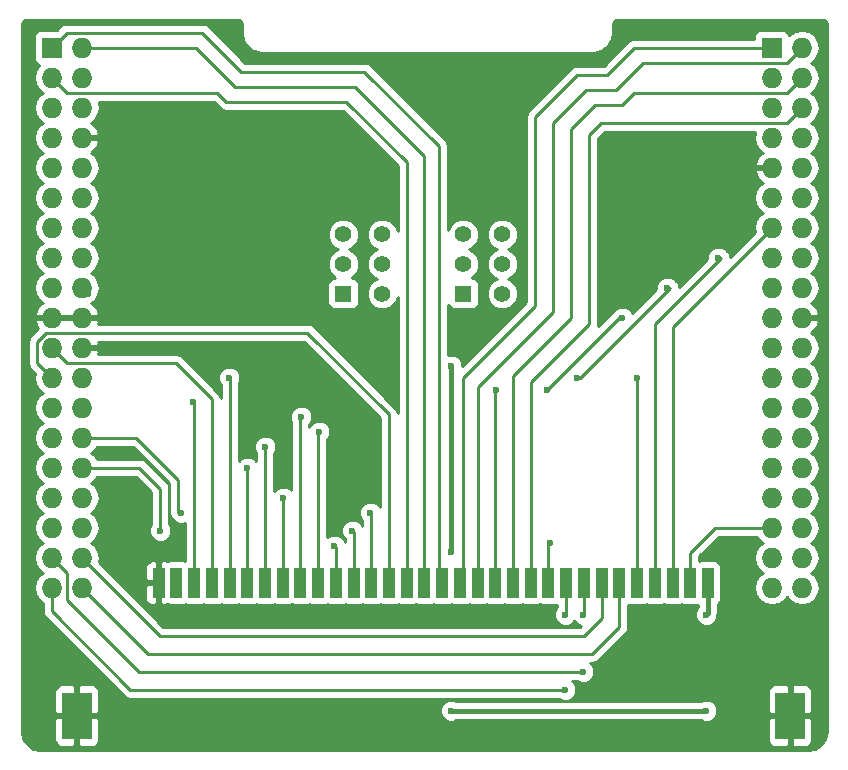
<source format=gbr>
G04 #@! TF.FileFunction,Copper,L1,Top,Signal*
%FSLAX46Y46*%
G04 Gerber Fmt 4.6, Leading zero omitted, Abs format (unit mm)*
G04 Created by KiCad (PCBNEW 4.0.7) date Tue Mar 20 00:28:39 2018*
%MOMM*%
%LPD*%
G01*
G04 APERTURE LIST*
%ADD10C,0.100000*%
%ADD11R,1.727200X1.727200*%
%ADD12O,1.727200X1.727200*%
%ADD13R,1.000000X2.500000*%
%ADD14R,2.500000X4.000000*%
%ADD15R,1.400000X1.400000*%
%ADD16C,1.400000*%
%ADD17C,0.600000*%
%ADD18C,0.250000*%
%ADD19C,0.400000*%
%ADD20C,0.254000*%
G04 APERTURE END LIST*
D10*
D11*
X133250000Y-71240000D03*
D12*
X135790000Y-71240000D03*
X133250000Y-73780000D03*
X135790000Y-73780000D03*
X133250000Y-76320000D03*
X135790000Y-76320000D03*
X133250000Y-78860000D03*
X135790000Y-78860000D03*
X133250000Y-81400000D03*
X135790000Y-81400000D03*
X133250000Y-83940000D03*
X135790000Y-83940000D03*
X133250000Y-86480000D03*
X135790000Y-86480000D03*
X133250000Y-89020000D03*
X135790000Y-89020000D03*
X133250000Y-91560000D03*
X135790000Y-91560000D03*
X133250000Y-94100000D03*
X135790000Y-94100000D03*
X133250000Y-96640000D03*
X135790000Y-96640000D03*
X133250000Y-99180000D03*
X135790000Y-99180000D03*
X133250000Y-101720000D03*
X135790000Y-101720000D03*
X133250000Y-104260000D03*
X135790000Y-104260000D03*
X133250000Y-106800000D03*
X135790000Y-106800000D03*
X133250000Y-109340000D03*
X135790000Y-109340000D03*
X133250000Y-111880000D03*
X135790000Y-111880000D03*
X133250000Y-114420000D03*
X135790000Y-114420000D03*
X133250000Y-116960000D03*
X135790000Y-116960000D03*
D11*
X194210000Y-71240000D03*
D12*
X196750000Y-71240000D03*
X194210000Y-73780000D03*
X196750000Y-73780000D03*
X194210000Y-76320000D03*
X196750000Y-76320000D03*
X194210000Y-78860000D03*
X196750000Y-78860000D03*
X194210000Y-81400000D03*
X196750000Y-81400000D03*
X194210000Y-83940000D03*
X196750000Y-83940000D03*
X194210000Y-86480000D03*
X196750000Y-86480000D03*
X194210000Y-89020000D03*
X196750000Y-89020000D03*
X194210000Y-91560000D03*
X196750000Y-91560000D03*
X194210000Y-94100000D03*
X196750000Y-94100000D03*
X194210000Y-96640000D03*
X196750000Y-96640000D03*
X194210000Y-99180000D03*
X196750000Y-99180000D03*
X194210000Y-101720000D03*
X196750000Y-101720000D03*
X194210000Y-104260000D03*
X196750000Y-104260000D03*
X194210000Y-106800000D03*
X196750000Y-106800000D03*
X194210000Y-109340000D03*
X196750000Y-109340000D03*
X194210000Y-111880000D03*
X196750000Y-111880000D03*
X194210000Y-114420000D03*
X196750000Y-114420000D03*
X194210000Y-116960000D03*
X196750000Y-116960000D03*
D13*
X188810000Y-116540000D03*
X167810000Y-116540000D03*
X187310000Y-116540000D03*
X185810000Y-116540000D03*
X184310000Y-116540000D03*
X182810000Y-116540000D03*
X181310000Y-116540000D03*
X179810000Y-116540000D03*
X178310000Y-116540000D03*
X176810000Y-116540000D03*
X175310000Y-116540000D03*
X173810000Y-116540000D03*
X172310000Y-116540000D03*
X170810000Y-116540000D03*
X169310000Y-116540000D03*
X166310000Y-116540000D03*
X164810000Y-116540000D03*
X163310000Y-116540000D03*
X161810000Y-116540000D03*
X160310000Y-116540000D03*
X158810000Y-116540000D03*
X157310000Y-116540000D03*
X155810000Y-116540000D03*
X154310000Y-116540000D03*
X152810000Y-116540000D03*
X151310000Y-116540000D03*
X149810000Y-116540000D03*
X148310000Y-116540000D03*
X146810000Y-116540000D03*
X145310000Y-116540000D03*
X143810000Y-116540000D03*
X142310000Y-116540000D03*
D14*
X195760000Y-127790000D03*
X135360000Y-127790000D03*
D15*
X157940000Y-92060000D03*
D16*
X157940000Y-89560000D03*
X157940000Y-87060000D03*
X161240000Y-92060000D03*
X161240000Y-89560000D03*
X161240000Y-87060000D03*
D15*
X168100000Y-92060000D03*
D16*
X168100000Y-89560000D03*
X168100000Y-87060000D03*
X171400000Y-92060000D03*
X171400000Y-89560000D03*
X171400000Y-87060000D03*
D17*
X190198000Y-69454000D03*
X190198000Y-81392000D03*
X138128000Y-94092000D03*
X138128000Y-96632000D03*
X142192000Y-127620000D03*
X142192000Y-118730000D03*
X144224000Y-110602000D03*
X160226000Y-110602000D03*
X142446000Y-112126000D03*
X158702000Y-112126000D03*
X157178000Y-113396000D03*
X178260000Y-124064000D03*
X178260000Y-119238000D03*
X176736000Y-125588000D03*
X176736000Y-119238000D03*
X189690000Y-89012000D03*
X185372000Y-91552000D03*
X177752000Y-99172000D03*
X148288000Y-99172000D03*
X181562000Y-94092000D03*
X175212000Y-100188000D03*
X170894000Y-100188000D03*
X145240000Y-101204000D03*
X154384000Y-102474000D03*
X182832000Y-99172000D03*
X155908000Y-103744000D03*
X151336000Y-105014000D03*
X149812000Y-106792000D03*
X152860000Y-109332000D03*
X175466000Y-113142000D03*
X167084000Y-127366000D03*
X188674000Y-119238000D03*
X167084000Y-113904000D03*
X167084000Y-98156000D03*
X188674000Y-127366000D03*
D18*
X166056000Y-116540000D02*
X166056000Y-79602000D01*
X134528000Y-69962000D02*
X133250000Y-71240000D01*
X146002000Y-69962000D02*
X134528000Y-69962000D01*
X149304000Y-73264000D02*
X146002000Y-69962000D01*
X159718000Y-73264000D02*
X149304000Y-73264000D01*
X166056000Y-79602000D02*
X159718000Y-73264000D01*
X164810000Y-116540000D02*
X164810000Y-80388000D01*
X145494000Y-71232000D02*
X135798000Y-71232000D01*
X148796000Y-74534000D02*
X145494000Y-71232000D01*
X158956000Y-74534000D02*
X148796000Y-74534000D01*
X164810000Y-80388000D02*
X158956000Y-74534000D01*
X135798000Y-71232000D02*
X135790000Y-71240000D01*
X163310000Y-116540000D02*
X163310000Y-80920000D01*
X134572000Y-75042000D02*
X133250000Y-73780000D01*
X147272000Y-75042000D02*
X134572000Y-75042000D01*
X148034000Y-75804000D02*
X147272000Y-75042000D01*
X158194000Y-75804000D02*
X148034000Y-75804000D01*
X163310000Y-80920000D02*
X158194000Y-75804000D01*
D19*
X190206000Y-81400000D02*
X190198000Y-81392000D01*
X193500000Y-81392000D02*
X190206000Y-81400000D01*
X138120000Y-94100000D02*
X136500000Y-94100000D01*
X138128000Y-94092000D02*
X138120000Y-94100000D01*
X138120000Y-96640000D02*
X138128000Y-96632000D01*
X136604000Y-96632000D02*
X138120000Y-96640000D01*
X142310000Y-116540000D02*
X142310000Y-118612000D01*
X142022000Y-127790000D02*
X135360000Y-127790000D01*
X142192000Y-127620000D02*
X142022000Y-127790000D01*
X142310000Y-118612000D02*
X142192000Y-118730000D01*
X136290000Y-92060000D02*
X135790000Y-91560000D01*
D18*
X146810000Y-116540000D02*
X146810000Y-100996000D01*
X134585000Y-97975000D02*
X133250000Y-96640000D01*
X143789000Y-97975000D02*
X134585000Y-97975000D01*
X146810000Y-100996000D02*
X143789000Y-97975000D01*
X161810000Y-116540000D02*
X161810000Y-102280000D01*
X132032000Y-97962000D02*
X133250000Y-99180000D01*
X132032000Y-96124000D02*
X132032000Y-97962000D01*
X132794000Y-95362000D02*
X132032000Y-96124000D01*
X154892000Y-95362000D02*
X132794000Y-95362000D01*
X161810000Y-102280000D02*
X154892000Y-95362000D01*
X160310000Y-116540000D02*
X160310000Y-110686000D01*
X140414000Y-104252000D02*
X135798000Y-104252000D01*
X143970000Y-107808000D02*
X140414000Y-104252000D01*
X143970000Y-110602000D02*
X143970000Y-107808000D01*
X160310000Y-110686000D02*
X160226000Y-110602000D01*
X135798000Y-104252000D02*
X135790000Y-104260000D01*
X158810000Y-116540000D02*
X158810000Y-112234000D01*
X140676000Y-106800000D02*
X135790000Y-106800000D01*
X142446000Y-108570000D02*
X140676000Y-106800000D01*
X142446000Y-111618000D02*
X142446000Y-108570000D01*
X142446000Y-112126000D02*
X142446000Y-111618000D01*
X158810000Y-112234000D02*
X158702000Y-112126000D01*
X157310000Y-116540000D02*
X157310000Y-113528000D01*
X157310000Y-113528000D02*
X157178000Y-113396000D01*
X178310000Y-116540000D02*
X178310000Y-119188000D01*
X134572000Y-115742000D02*
X133250000Y-114420000D01*
X134572000Y-117968000D02*
X134572000Y-115742000D01*
X140668000Y-124064000D02*
X134572000Y-117968000D01*
X178006000Y-124064000D02*
X140668000Y-124064000D01*
X178260000Y-124064000D02*
X178006000Y-124064000D01*
X178310000Y-119188000D02*
X178260000Y-119238000D01*
X179810000Y-116540000D02*
X179810000Y-119518000D01*
X142386000Y-121016000D02*
X135790000Y-114420000D01*
X178312000Y-121016000D02*
X142386000Y-121016000D01*
X179810000Y-119518000D02*
X178312000Y-121016000D01*
X176810000Y-116540000D02*
X176810000Y-119164000D01*
X133250000Y-118932000D02*
X133250000Y-116960000D01*
X139906000Y-125588000D02*
X133250000Y-118932000D01*
X176736000Y-125588000D02*
X139906000Y-125588000D01*
X176736000Y-125588000D02*
X176736000Y-125588000D01*
X176810000Y-119164000D02*
X176736000Y-119238000D01*
X181310000Y-116540000D02*
X181310000Y-120252000D01*
X141370000Y-122540000D02*
X135790000Y-116960000D01*
X179022000Y-122540000D02*
X141370000Y-122540000D01*
X181310000Y-120252000D02*
X179022000Y-122540000D01*
X168064000Y-116540000D02*
X168064000Y-99208000D01*
X182570000Y-71240000D02*
X194210000Y-71240000D01*
X180292000Y-73518000D02*
X182570000Y-71240000D01*
X177752000Y-73518000D02*
X180292000Y-73518000D01*
X174196000Y-77074000D02*
X177752000Y-73518000D01*
X174196000Y-93076000D02*
X174196000Y-77074000D01*
X168064000Y-99208000D02*
X174196000Y-93076000D01*
X169310000Y-116540000D02*
X169310000Y-99994000D01*
X195488000Y-72502000D02*
X196750000Y-71240000D01*
X183340000Y-72502000D02*
X195488000Y-72502000D01*
X181054000Y-74788000D02*
X183340000Y-72502000D01*
X178514000Y-74788000D02*
X181054000Y-74788000D01*
X175720000Y-77582000D02*
X178514000Y-74788000D01*
X175720000Y-93584000D02*
X175720000Y-77582000D01*
X169310000Y-99994000D02*
X175720000Y-93584000D01*
X172310000Y-116540000D02*
X172310000Y-99026000D01*
X195488000Y-75042000D02*
X196750000Y-73780000D01*
X182578000Y-75042000D02*
X195488000Y-75042000D01*
X181562000Y-76058000D02*
X182578000Y-75042000D01*
X179276000Y-76058000D02*
X181562000Y-76058000D01*
X177244000Y-78090000D02*
X179276000Y-76058000D01*
X177244000Y-94092000D02*
X177244000Y-78090000D01*
X172310000Y-99026000D02*
X177244000Y-94092000D01*
X173810000Y-116540000D02*
X173810000Y-99558000D01*
X195488000Y-77582000D02*
X196750000Y-76320000D01*
X179784000Y-77582000D02*
X195488000Y-77582000D01*
X178768000Y-78598000D02*
X179784000Y-77582000D01*
X178768000Y-94600000D02*
X178768000Y-78598000D01*
X173810000Y-99558000D02*
X178768000Y-94600000D01*
X185810000Y-116540000D02*
X185810000Y-94880000D01*
X185810000Y-94880000D02*
X194210000Y-86480000D01*
X184310000Y-116540000D02*
X184310000Y-94646000D01*
X184310000Y-94646000D02*
X189944000Y-89012000D01*
X148310000Y-116540000D02*
X148310000Y-99194000D01*
X178006000Y-99172000D02*
X185626000Y-91552000D01*
X148310000Y-99194000D02*
X148288000Y-99172000D01*
X170810000Y-116540000D02*
X170810000Y-100272000D01*
X181308000Y-94092000D02*
X181562000Y-94092000D01*
X175212000Y-100188000D02*
X181308000Y-94092000D01*
X170810000Y-100272000D02*
X170894000Y-100188000D01*
X145310000Y-116540000D02*
X145310000Y-101274000D01*
X145310000Y-101274000D02*
X145240000Y-101204000D01*
X154310000Y-116540000D02*
X154310000Y-102548000D01*
X154310000Y-102548000D02*
X154384000Y-102474000D01*
X182810000Y-116540000D02*
X182810000Y-99194000D01*
X182810000Y-99194000D02*
X182832000Y-99172000D01*
X155810000Y-116540000D02*
X155810000Y-103842000D01*
X155810000Y-103842000D02*
X155908000Y-103744000D01*
X151310000Y-116540000D02*
X151310000Y-105040000D01*
X151310000Y-105040000D02*
X151336000Y-105014000D01*
X149810000Y-116540000D02*
X149810000Y-106794000D01*
X149810000Y-106794000D02*
X149812000Y-106792000D01*
X152810000Y-116540000D02*
X152810000Y-109382000D01*
X152810000Y-109382000D02*
X152860000Y-109332000D01*
X187310000Y-116540000D02*
X187310000Y-113998000D01*
X189428000Y-111880000D02*
X194210000Y-111880000D01*
X187310000Y-113998000D02*
X189428000Y-111880000D01*
X175310000Y-116540000D02*
X175310000Y-113298000D01*
X175310000Y-113298000D02*
X175466000Y-113142000D01*
D19*
X188810000Y-116540000D02*
X188810000Y-119102000D01*
X188674000Y-119238000D02*
X188810000Y-119102000D01*
X167084000Y-98156000D02*
X167084000Y-113904000D01*
X167084000Y-127366000D02*
X188674000Y-127366000D01*
D20*
G36*
X149095319Y-68916925D02*
X149333076Y-69154682D01*
X149356000Y-69269930D01*
X149356000Y-69962000D01*
X149369642Y-70030584D01*
X149369642Y-70100514D01*
X149446980Y-70489319D01*
X149446981Y-70489321D01*
X149552995Y-70745262D01*
X149773237Y-71074876D01*
X149871181Y-71172819D01*
X149969124Y-71270763D01*
X150298738Y-71491005D01*
X150448666Y-71553107D01*
X150473165Y-71563255D01*
X150474830Y-71565336D01*
X150513509Y-71597669D01*
X150574000Y-71613000D01*
X150635017Y-71613000D01*
X150943486Y-71674358D01*
X151013416Y-71674358D01*
X151082000Y-71688000D01*
X179022000Y-71688000D01*
X179090584Y-71674358D01*
X179160514Y-71674358D01*
X179468982Y-71613000D01*
X179530000Y-71613000D01*
X179579410Y-71602994D01*
X179619803Y-71575803D01*
X179633423Y-71562183D01*
X179805262Y-71491005D01*
X180134876Y-71270763D01*
X180232819Y-71172819D01*
X180330763Y-71074876D01*
X180551005Y-70745262D01*
X180622183Y-70573423D01*
X180635803Y-70559803D01*
X180663666Y-70517789D01*
X180673000Y-70470000D01*
X180673000Y-70408983D01*
X180734358Y-70100514D01*
X180734358Y-70030584D01*
X180748000Y-69962000D01*
X180748000Y-69269931D01*
X180770925Y-69154681D01*
X181008682Y-68916924D01*
X181123930Y-68894000D01*
X198602394Y-68894000D01*
X198886000Y-69177606D01*
X198886000Y-129074069D01*
X198753183Y-129741786D01*
X198621439Y-129938955D01*
X198104954Y-130455440D01*
X197907787Y-130587183D01*
X197240069Y-130720000D01*
X132355931Y-130720000D01*
X131688214Y-130587183D01*
X131491045Y-130455439D01*
X130974560Y-129938954D01*
X130842817Y-129741787D01*
X130710000Y-129074069D01*
X130710000Y-128075750D01*
X133475000Y-128075750D01*
X133475000Y-129916310D01*
X133571673Y-130149699D01*
X133750302Y-130328327D01*
X133983691Y-130425000D01*
X135074250Y-130425000D01*
X135233000Y-130266250D01*
X135233000Y-127917000D01*
X135487000Y-127917000D01*
X135487000Y-130266250D01*
X135645750Y-130425000D01*
X136736309Y-130425000D01*
X136969698Y-130328327D01*
X137148327Y-130149699D01*
X137245000Y-129916310D01*
X137245000Y-128075750D01*
X137086250Y-127917000D01*
X135487000Y-127917000D01*
X135233000Y-127917000D01*
X133633750Y-127917000D01*
X133475000Y-128075750D01*
X130710000Y-128075750D01*
X130710000Y-125663690D01*
X133475000Y-125663690D01*
X133475000Y-127504250D01*
X133633750Y-127663000D01*
X135233000Y-127663000D01*
X135233000Y-125313750D01*
X135487000Y-125313750D01*
X135487000Y-127663000D01*
X137086250Y-127663000D01*
X137198083Y-127551167D01*
X166148838Y-127551167D01*
X166290883Y-127894943D01*
X166553673Y-128158192D01*
X166897201Y-128300838D01*
X167269167Y-128301162D01*
X167511578Y-128201000D01*
X188246766Y-128201000D01*
X188487201Y-128300838D01*
X188859167Y-128301162D01*
X189202943Y-128159117D01*
X189286455Y-128075750D01*
X193875000Y-128075750D01*
X193875000Y-129916310D01*
X193971673Y-130149699D01*
X194150302Y-130328327D01*
X194383691Y-130425000D01*
X195474250Y-130425000D01*
X195633000Y-130266250D01*
X195633000Y-127917000D01*
X195887000Y-127917000D01*
X195887000Y-130266250D01*
X196045750Y-130425000D01*
X197136309Y-130425000D01*
X197369698Y-130328327D01*
X197548327Y-130149699D01*
X197645000Y-129916310D01*
X197645000Y-128075750D01*
X197486250Y-127917000D01*
X195887000Y-127917000D01*
X195633000Y-127917000D01*
X194033750Y-127917000D01*
X193875000Y-128075750D01*
X189286455Y-128075750D01*
X189466192Y-127896327D01*
X189608838Y-127552799D01*
X189609162Y-127180833D01*
X189467117Y-126837057D01*
X189204327Y-126573808D01*
X188860799Y-126431162D01*
X188488833Y-126430838D01*
X188246422Y-126531000D01*
X167511234Y-126531000D01*
X167270799Y-126431162D01*
X166898833Y-126430838D01*
X166555057Y-126572883D01*
X166291808Y-126835673D01*
X166149162Y-127179201D01*
X166148838Y-127551167D01*
X137198083Y-127551167D01*
X137245000Y-127504250D01*
X137245000Y-125663690D01*
X137148327Y-125430301D01*
X136969698Y-125251673D01*
X136736309Y-125155000D01*
X135645750Y-125155000D01*
X135487000Y-125313750D01*
X135233000Y-125313750D01*
X135074250Y-125155000D01*
X133983691Y-125155000D01*
X133750302Y-125251673D01*
X133571673Y-125430301D01*
X133475000Y-125663690D01*
X130710000Y-125663690D01*
X130710000Y-96124000D01*
X131272000Y-96124000D01*
X131272000Y-97962000D01*
X131329852Y-98252839D01*
X131494599Y-98499401D01*
X131797225Y-98802027D01*
X131722041Y-99180000D01*
X131836115Y-99753489D01*
X132160971Y-100239670D01*
X132475752Y-100450000D01*
X132160971Y-100660330D01*
X131836115Y-101146511D01*
X131722041Y-101720000D01*
X131836115Y-102293489D01*
X132160971Y-102779670D01*
X132475752Y-102990000D01*
X132160971Y-103200330D01*
X131836115Y-103686511D01*
X131722041Y-104260000D01*
X131836115Y-104833489D01*
X132160971Y-105319670D01*
X132475752Y-105530000D01*
X132160971Y-105740330D01*
X131836115Y-106226511D01*
X131722041Y-106800000D01*
X131836115Y-107373489D01*
X132160971Y-107859670D01*
X132475752Y-108070000D01*
X132160971Y-108280330D01*
X131836115Y-108766511D01*
X131722041Y-109340000D01*
X131836115Y-109913489D01*
X132160971Y-110399670D01*
X132475752Y-110610000D01*
X132160971Y-110820330D01*
X131836115Y-111306511D01*
X131722041Y-111880000D01*
X131836115Y-112453489D01*
X132160971Y-112939670D01*
X132475752Y-113150000D01*
X132160971Y-113360330D01*
X131836115Y-113846511D01*
X131722041Y-114420000D01*
X131836115Y-114993489D01*
X132160971Y-115479670D01*
X132475752Y-115690000D01*
X132160971Y-115900330D01*
X131836115Y-116386511D01*
X131722041Y-116960000D01*
X131836115Y-117533489D01*
X132160971Y-118019670D01*
X132490000Y-118239520D01*
X132490000Y-118932000D01*
X132547852Y-119222839D01*
X132712599Y-119469401D01*
X139368599Y-126125401D01*
X139615160Y-126290148D01*
X139663414Y-126299746D01*
X139906000Y-126348000D01*
X176173537Y-126348000D01*
X176205673Y-126380192D01*
X176549201Y-126522838D01*
X176921167Y-126523162D01*
X177264943Y-126381117D01*
X177528192Y-126118327D01*
X177670838Y-125774799D01*
X177670934Y-125663690D01*
X193875000Y-125663690D01*
X193875000Y-127504250D01*
X194033750Y-127663000D01*
X195633000Y-127663000D01*
X195633000Y-125313750D01*
X195887000Y-125313750D01*
X195887000Y-127663000D01*
X197486250Y-127663000D01*
X197645000Y-127504250D01*
X197645000Y-125663690D01*
X197548327Y-125430301D01*
X197369698Y-125251673D01*
X197136309Y-125155000D01*
X196045750Y-125155000D01*
X195887000Y-125313750D01*
X195633000Y-125313750D01*
X195474250Y-125155000D01*
X194383691Y-125155000D01*
X194150302Y-125251673D01*
X193971673Y-125430301D01*
X193875000Y-125663690D01*
X177670934Y-125663690D01*
X177671162Y-125402833D01*
X177529117Y-125059057D01*
X177294470Y-124824000D01*
X177697537Y-124824000D01*
X177729673Y-124856192D01*
X178073201Y-124998838D01*
X178445167Y-124999162D01*
X178788943Y-124857117D01*
X179052192Y-124594327D01*
X179194838Y-124250799D01*
X179195162Y-123878833D01*
X179053117Y-123535057D01*
X178818470Y-123300000D01*
X179022000Y-123300000D01*
X179312839Y-123242148D01*
X179559401Y-123077401D01*
X181847401Y-120789401D01*
X182012148Y-120542839D01*
X182070000Y-120252000D01*
X182070000Y-118388839D01*
X182310000Y-118437440D01*
X183310000Y-118437440D01*
X183545317Y-118393162D01*
X183556979Y-118385658D01*
X183558110Y-118386431D01*
X183810000Y-118437440D01*
X184810000Y-118437440D01*
X185045317Y-118393162D01*
X185056979Y-118385658D01*
X185058110Y-118386431D01*
X185310000Y-118437440D01*
X186310000Y-118437440D01*
X186545317Y-118393162D01*
X186556979Y-118385658D01*
X186558110Y-118386431D01*
X186810000Y-118437440D01*
X187810000Y-118437440D01*
X187975000Y-118406393D01*
X187975000Y-118614643D01*
X187881808Y-118707673D01*
X187739162Y-119051201D01*
X187738838Y-119423167D01*
X187880883Y-119766943D01*
X188143673Y-120030192D01*
X188487201Y-120172838D01*
X188859167Y-120173162D01*
X189202943Y-120031117D01*
X189466192Y-119768327D01*
X189608838Y-119424799D01*
X189608961Y-119283178D01*
X189645000Y-119102000D01*
X189645000Y-118329018D01*
X189761441Y-118254090D01*
X189906431Y-118041890D01*
X189957440Y-117790000D01*
X189957440Y-115290000D01*
X189913162Y-115054683D01*
X189774090Y-114838559D01*
X189561890Y-114693569D01*
X189310000Y-114642560D01*
X188310000Y-114642560D01*
X188074683Y-114686838D01*
X188070000Y-114689851D01*
X188070000Y-114312802D01*
X189742802Y-112640000D01*
X192920738Y-112640000D01*
X193120971Y-112939670D01*
X193435752Y-113150000D01*
X193120971Y-113360330D01*
X192796115Y-113846511D01*
X192682041Y-114420000D01*
X192796115Y-114993489D01*
X193120971Y-115479670D01*
X193435752Y-115690000D01*
X193120971Y-115900330D01*
X192796115Y-116386511D01*
X192682041Y-116960000D01*
X192796115Y-117533489D01*
X193120971Y-118019670D01*
X193607152Y-118344526D01*
X194180641Y-118458600D01*
X194239359Y-118458600D01*
X194812848Y-118344526D01*
X195299029Y-118019670D01*
X195480000Y-117748828D01*
X195660971Y-118019670D01*
X196147152Y-118344526D01*
X196720641Y-118458600D01*
X196779359Y-118458600D01*
X197352848Y-118344526D01*
X197839029Y-118019670D01*
X198163885Y-117533489D01*
X198277959Y-116960000D01*
X198163885Y-116386511D01*
X197839029Y-115900330D01*
X197524248Y-115690000D01*
X197839029Y-115479670D01*
X198163885Y-114993489D01*
X198277959Y-114420000D01*
X198163885Y-113846511D01*
X197839029Y-113360330D01*
X197524248Y-113150000D01*
X197839029Y-112939670D01*
X198163885Y-112453489D01*
X198277959Y-111880000D01*
X198163885Y-111306511D01*
X197839029Y-110820330D01*
X197524248Y-110610000D01*
X197839029Y-110399670D01*
X198163885Y-109913489D01*
X198277959Y-109340000D01*
X198163885Y-108766511D01*
X197839029Y-108280330D01*
X197524248Y-108070000D01*
X197839029Y-107859670D01*
X198163885Y-107373489D01*
X198277959Y-106800000D01*
X198163885Y-106226511D01*
X197839029Y-105740330D01*
X197524248Y-105530000D01*
X197839029Y-105319670D01*
X198163885Y-104833489D01*
X198277959Y-104260000D01*
X198163885Y-103686511D01*
X197839029Y-103200330D01*
X197524248Y-102990000D01*
X197839029Y-102779670D01*
X198163885Y-102293489D01*
X198277959Y-101720000D01*
X198163885Y-101146511D01*
X197839029Y-100660330D01*
X197524248Y-100450000D01*
X197839029Y-100239670D01*
X198163885Y-99753489D01*
X198277959Y-99180000D01*
X198163885Y-98606511D01*
X197839029Y-98120330D01*
X197524248Y-97910000D01*
X197839029Y-97699670D01*
X198163885Y-97213489D01*
X198277959Y-96640000D01*
X198163885Y-96066511D01*
X197839029Y-95580330D01*
X197515772Y-95364336D01*
X197638490Y-95306821D01*
X198032688Y-94874947D01*
X198204958Y-94459026D01*
X198083817Y-94227000D01*
X196877000Y-94227000D01*
X196877000Y-94247000D01*
X196623000Y-94247000D01*
X196623000Y-94227000D01*
X196603000Y-94227000D01*
X196603000Y-93973000D01*
X196623000Y-93973000D01*
X196623000Y-93953000D01*
X196877000Y-93953000D01*
X196877000Y-93973000D01*
X198083817Y-93973000D01*
X198204958Y-93740974D01*
X198032688Y-93325053D01*
X197638490Y-92893179D01*
X197515772Y-92835664D01*
X197839029Y-92619670D01*
X198163885Y-92133489D01*
X198277959Y-91560000D01*
X198163885Y-90986511D01*
X197839029Y-90500330D01*
X197524248Y-90290000D01*
X197839029Y-90079670D01*
X198163885Y-89593489D01*
X198277959Y-89020000D01*
X198163885Y-88446511D01*
X197839029Y-87960330D01*
X197524248Y-87750000D01*
X197839029Y-87539670D01*
X198163885Y-87053489D01*
X198277959Y-86480000D01*
X198163885Y-85906511D01*
X197839029Y-85420330D01*
X197524248Y-85210000D01*
X197839029Y-84999670D01*
X198163885Y-84513489D01*
X198277959Y-83940000D01*
X198163885Y-83366511D01*
X197839029Y-82880330D01*
X197524248Y-82670000D01*
X197839029Y-82459670D01*
X198163885Y-81973489D01*
X198277959Y-81400000D01*
X198163885Y-80826511D01*
X197839029Y-80340330D01*
X197524248Y-80130000D01*
X197839029Y-79919670D01*
X198163885Y-79433489D01*
X198277959Y-78860000D01*
X198163885Y-78286511D01*
X197839029Y-77800330D01*
X197524248Y-77590000D01*
X197839029Y-77379670D01*
X198163885Y-76893489D01*
X198277959Y-76320000D01*
X198163885Y-75746511D01*
X197839029Y-75260330D01*
X197524248Y-75050000D01*
X197839029Y-74839670D01*
X198163885Y-74353489D01*
X198277959Y-73780000D01*
X198163885Y-73206511D01*
X197839029Y-72720330D01*
X197524248Y-72510000D01*
X197839029Y-72299670D01*
X198163885Y-71813489D01*
X198277959Y-71240000D01*
X198163885Y-70666511D01*
X197839029Y-70180330D01*
X197352848Y-69855474D01*
X196779359Y-69741400D01*
X196720641Y-69741400D01*
X196147152Y-69855474D01*
X195681558Y-70166574D01*
X195676762Y-70141083D01*
X195537690Y-69924959D01*
X195325490Y-69779969D01*
X195073600Y-69728960D01*
X193346400Y-69728960D01*
X193111083Y-69773238D01*
X192894959Y-69912310D01*
X192749969Y-70124510D01*
X192698960Y-70376400D01*
X192698960Y-70480000D01*
X182570000Y-70480000D01*
X182279161Y-70537852D01*
X182210778Y-70583544D01*
X182032598Y-70702599D01*
X179977198Y-72758000D01*
X177752000Y-72758000D01*
X177509414Y-72806254D01*
X177461160Y-72815852D01*
X177214599Y-72980599D01*
X173658599Y-76536599D01*
X173493852Y-76783161D01*
X173436000Y-77074000D01*
X173436000Y-92761198D01*
X168018981Y-98178217D01*
X168019162Y-97970833D01*
X167877117Y-97627057D01*
X167614327Y-97363808D01*
X167270799Y-97221162D01*
X166898833Y-97220838D01*
X166816000Y-97255064D01*
X166816000Y-93025096D01*
X166935910Y-93211441D01*
X167148110Y-93356431D01*
X167400000Y-93407440D01*
X168800000Y-93407440D01*
X169035317Y-93363162D01*
X169251441Y-93224090D01*
X169396431Y-93011890D01*
X169447440Y-92760000D01*
X169447440Y-91360000D01*
X169403162Y-91124683D01*
X169264090Y-90908559D01*
X169051890Y-90763569D01*
X168804350Y-90713441D01*
X168855229Y-90692418D01*
X169231098Y-90317204D01*
X169434768Y-89826713D01*
X169435231Y-89295617D01*
X169232418Y-88804771D01*
X168857204Y-88428902D01*
X168570758Y-88309959D01*
X168855229Y-88192418D01*
X169231098Y-87817204D01*
X169434768Y-87326713D01*
X169434770Y-87324383D01*
X170064769Y-87324383D01*
X170267582Y-87815229D01*
X170642796Y-88191098D01*
X170929242Y-88310041D01*
X170644771Y-88427582D01*
X170268902Y-88802796D01*
X170065232Y-89293287D01*
X170064769Y-89824383D01*
X170267582Y-90315229D01*
X170642796Y-90691098D01*
X170929242Y-90810041D01*
X170644771Y-90927582D01*
X170268902Y-91302796D01*
X170065232Y-91793287D01*
X170064769Y-92324383D01*
X170267582Y-92815229D01*
X170642796Y-93191098D01*
X171133287Y-93394768D01*
X171664383Y-93395231D01*
X172155229Y-93192418D01*
X172531098Y-92817204D01*
X172734768Y-92326713D01*
X172735231Y-91795617D01*
X172532418Y-91304771D01*
X172157204Y-90928902D01*
X171870758Y-90809959D01*
X172155229Y-90692418D01*
X172531098Y-90317204D01*
X172734768Y-89826713D01*
X172735231Y-89295617D01*
X172532418Y-88804771D01*
X172157204Y-88428902D01*
X171870758Y-88309959D01*
X172155229Y-88192418D01*
X172531098Y-87817204D01*
X172734768Y-87326713D01*
X172735231Y-86795617D01*
X172532418Y-86304771D01*
X172157204Y-85928902D01*
X171666713Y-85725232D01*
X171135617Y-85724769D01*
X170644771Y-85927582D01*
X170268902Y-86302796D01*
X170065232Y-86793287D01*
X170064769Y-87324383D01*
X169434770Y-87324383D01*
X169435231Y-86795617D01*
X169232418Y-86304771D01*
X168857204Y-85928902D01*
X168366713Y-85725232D01*
X167835617Y-85724769D01*
X167344771Y-85927582D01*
X166968902Y-86302796D01*
X166816000Y-86671024D01*
X166816000Y-79602000D01*
X166758148Y-79311161D01*
X166593401Y-79064599D01*
X160255401Y-72726599D01*
X160008839Y-72561852D01*
X159718000Y-72504000D01*
X149618802Y-72504000D01*
X146539401Y-69424599D01*
X146292839Y-69259852D01*
X146002000Y-69202000D01*
X134528000Y-69202000D01*
X134237161Y-69259852D01*
X133990599Y-69424599D01*
X133686238Y-69728960D01*
X132386400Y-69728960D01*
X132151083Y-69773238D01*
X131934959Y-69912310D01*
X131789969Y-70124510D01*
X131738960Y-70376400D01*
X131738960Y-72103600D01*
X131783238Y-72338917D01*
X131922310Y-72555041D01*
X132134510Y-72700031D01*
X132178131Y-72708864D01*
X132160971Y-72720330D01*
X131836115Y-73206511D01*
X131722041Y-73780000D01*
X131836115Y-74353489D01*
X132160971Y-74839670D01*
X132475752Y-75050000D01*
X132160971Y-75260330D01*
X131836115Y-75746511D01*
X131722041Y-76320000D01*
X131836115Y-76893489D01*
X132160971Y-77379670D01*
X132475752Y-77590000D01*
X132160971Y-77800330D01*
X131836115Y-78286511D01*
X131722041Y-78860000D01*
X131836115Y-79433489D01*
X132160971Y-79919670D01*
X132475752Y-80130000D01*
X132160971Y-80340330D01*
X131836115Y-80826511D01*
X131722041Y-81400000D01*
X131836115Y-81973489D01*
X132160971Y-82459670D01*
X132475752Y-82670000D01*
X132160971Y-82880330D01*
X131836115Y-83366511D01*
X131722041Y-83940000D01*
X131836115Y-84513489D01*
X132160971Y-84999670D01*
X132475752Y-85210000D01*
X132160971Y-85420330D01*
X131836115Y-85906511D01*
X131722041Y-86480000D01*
X131836115Y-87053489D01*
X132160971Y-87539670D01*
X132475752Y-87750000D01*
X132160971Y-87960330D01*
X131836115Y-88446511D01*
X131722041Y-89020000D01*
X131836115Y-89593489D01*
X132160971Y-90079670D01*
X132475752Y-90290000D01*
X132160971Y-90500330D01*
X131836115Y-90986511D01*
X131722041Y-91560000D01*
X131836115Y-92133489D01*
X132160971Y-92619670D01*
X132484228Y-92835664D01*
X132361510Y-92893179D01*
X131967312Y-93325053D01*
X131795042Y-93740974D01*
X131916183Y-93973000D01*
X133123000Y-93973000D01*
X133123000Y-93953000D01*
X133377000Y-93953000D01*
X133377000Y-93973000D01*
X135663000Y-93973000D01*
X135663000Y-93953000D01*
X135917000Y-93953000D01*
X135917000Y-93973000D01*
X137123817Y-93973000D01*
X137244958Y-93740974D01*
X137072688Y-93325053D01*
X136678490Y-92893179D01*
X136565465Y-92840207D01*
X136609540Y-92831440D01*
X136880434Y-92650434D01*
X137061440Y-92379540D01*
X137070749Y-92332741D01*
X137203885Y-92133489D01*
X137317959Y-91560000D01*
X137278177Y-91360000D01*
X156592560Y-91360000D01*
X156592560Y-92760000D01*
X156636838Y-92995317D01*
X156775910Y-93211441D01*
X156988110Y-93356431D01*
X157240000Y-93407440D01*
X158640000Y-93407440D01*
X158875317Y-93363162D01*
X159091441Y-93224090D01*
X159236431Y-93011890D01*
X159287440Y-92760000D01*
X159287440Y-91360000D01*
X159243162Y-91124683D01*
X159104090Y-90908559D01*
X158891890Y-90763569D01*
X158644350Y-90713441D01*
X158695229Y-90692418D01*
X159071098Y-90317204D01*
X159274768Y-89826713D01*
X159275231Y-89295617D01*
X159072418Y-88804771D01*
X158697204Y-88428902D01*
X158410758Y-88309959D01*
X158695229Y-88192418D01*
X159071098Y-87817204D01*
X159274768Y-87326713D01*
X159275231Y-86795617D01*
X159072418Y-86304771D01*
X158697204Y-85928902D01*
X158206713Y-85725232D01*
X157675617Y-85724769D01*
X157184771Y-85927582D01*
X156808902Y-86302796D01*
X156605232Y-86793287D01*
X156604769Y-87324383D01*
X156807582Y-87815229D01*
X157182796Y-88191098D01*
X157469242Y-88310041D01*
X157184771Y-88427582D01*
X156808902Y-88802796D01*
X156605232Y-89293287D01*
X156604769Y-89824383D01*
X156807582Y-90315229D01*
X157182796Y-90691098D01*
X157236203Y-90713274D01*
X157004683Y-90756838D01*
X156788559Y-90895910D01*
X156643569Y-91108110D01*
X156592560Y-91360000D01*
X137278177Y-91360000D01*
X137203885Y-90986511D01*
X136879029Y-90500330D01*
X136564248Y-90290000D01*
X136879029Y-90079670D01*
X137203885Y-89593489D01*
X137317959Y-89020000D01*
X137203885Y-88446511D01*
X136879029Y-87960330D01*
X136564248Y-87750000D01*
X136879029Y-87539670D01*
X137203885Y-87053489D01*
X137317959Y-86480000D01*
X137203885Y-85906511D01*
X136879029Y-85420330D01*
X136564248Y-85210000D01*
X136879029Y-84999670D01*
X137203885Y-84513489D01*
X137317959Y-83940000D01*
X137203885Y-83366511D01*
X136879029Y-82880330D01*
X136564248Y-82670000D01*
X136879029Y-82459670D01*
X137203885Y-81973489D01*
X137317959Y-81400000D01*
X137203885Y-80826511D01*
X136879029Y-80340330D01*
X136555772Y-80124336D01*
X136678490Y-80066821D01*
X137072688Y-79634947D01*
X137244958Y-79219026D01*
X137123817Y-78987000D01*
X135917000Y-78987000D01*
X135917000Y-79007000D01*
X135663000Y-79007000D01*
X135663000Y-78987000D01*
X135643000Y-78987000D01*
X135643000Y-78733000D01*
X135663000Y-78733000D01*
X135663000Y-78713000D01*
X135917000Y-78713000D01*
X135917000Y-78733000D01*
X137123817Y-78733000D01*
X137244958Y-78500974D01*
X137072688Y-78085053D01*
X136678490Y-77653179D01*
X136555772Y-77595664D01*
X136879029Y-77379670D01*
X137203885Y-76893489D01*
X137317959Y-76320000D01*
X137214922Y-75802000D01*
X146957198Y-75802000D01*
X147496599Y-76341401D01*
X147743161Y-76506148D01*
X148034000Y-76564000D01*
X157879198Y-76564000D01*
X162550000Y-81234802D01*
X162550000Y-86734553D01*
X162372418Y-86304771D01*
X161997204Y-85928902D01*
X161506713Y-85725232D01*
X160975617Y-85724769D01*
X160484771Y-85927582D01*
X160108902Y-86302796D01*
X159905232Y-86793287D01*
X159904769Y-87324383D01*
X160107582Y-87815229D01*
X160482796Y-88191098D01*
X160769242Y-88310041D01*
X160484771Y-88427582D01*
X160108902Y-88802796D01*
X159905232Y-89293287D01*
X159904769Y-89824383D01*
X160107582Y-90315229D01*
X160482796Y-90691098D01*
X160769242Y-90810041D01*
X160484771Y-90927582D01*
X160108902Y-91302796D01*
X159905232Y-91793287D01*
X159904769Y-92324383D01*
X160107582Y-92815229D01*
X160482796Y-93191098D01*
X160973287Y-93394768D01*
X161504383Y-93395231D01*
X161995229Y-93192418D01*
X162371098Y-92817204D01*
X162550000Y-92386361D01*
X162550000Y-102179454D01*
X162512148Y-101989161D01*
X162512148Y-101989160D01*
X162347401Y-101742599D01*
X155429401Y-94824599D01*
X155182839Y-94659852D01*
X154892000Y-94602000D01*
X137185740Y-94602000D01*
X137244958Y-94459026D01*
X137123817Y-94227000D01*
X135917000Y-94227000D01*
X135917000Y-94247000D01*
X135663000Y-94247000D01*
X135663000Y-94227000D01*
X133377000Y-94227000D01*
X133377000Y-94247000D01*
X133123000Y-94247000D01*
X133123000Y-94227000D01*
X131916183Y-94227000D01*
X131795042Y-94459026D01*
X131967312Y-94874947D01*
X132081333Y-94999865D01*
X131494599Y-95586599D01*
X131329852Y-95833161D01*
X131272000Y-96124000D01*
X130710000Y-96124000D01*
X130710000Y-69269931D01*
X130732925Y-69154681D01*
X130970682Y-68916924D01*
X131085930Y-68894000D01*
X148980069Y-68894000D01*
X149095319Y-68916925D01*
X149095319Y-68916925D01*
G37*
X149095319Y-68916925D02*
X149333076Y-69154682D01*
X149356000Y-69269930D01*
X149356000Y-69962000D01*
X149369642Y-70030584D01*
X149369642Y-70100514D01*
X149446980Y-70489319D01*
X149446981Y-70489321D01*
X149552995Y-70745262D01*
X149773237Y-71074876D01*
X149871181Y-71172819D01*
X149969124Y-71270763D01*
X150298738Y-71491005D01*
X150448666Y-71553107D01*
X150473165Y-71563255D01*
X150474830Y-71565336D01*
X150513509Y-71597669D01*
X150574000Y-71613000D01*
X150635017Y-71613000D01*
X150943486Y-71674358D01*
X151013416Y-71674358D01*
X151082000Y-71688000D01*
X179022000Y-71688000D01*
X179090584Y-71674358D01*
X179160514Y-71674358D01*
X179468982Y-71613000D01*
X179530000Y-71613000D01*
X179579410Y-71602994D01*
X179619803Y-71575803D01*
X179633423Y-71562183D01*
X179805262Y-71491005D01*
X180134876Y-71270763D01*
X180232819Y-71172819D01*
X180330763Y-71074876D01*
X180551005Y-70745262D01*
X180622183Y-70573423D01*
X180635803Y-70559803D01*
X180663666Y-70517789D01*
X180673000Y-70470000D01*
X180673000Y-70408983D01*
X180734358Y-70100514D01*
X180734358Y-70030584D01*
X180748000Y-69962000D01*
X180748000Y-69269931D01*
X180770925Y-69154681D01*
X181008682Y-68916924D01*
X181123930Y-68894000D01*
X198602394Y-68894000D01*
X198886000Y-69177606D01*
X198886000Y-129074069D01*
X198753183Y-129741786D01*
X198621439Y-129938955D01*
X198104954Y-130455440D01*
X197907787Y-130587183D01*
X197240069Y-130720000D01*
X132355931Y-130720000D01*
X131688214Y-130587183D01*
X131491045Y-130455439D01*
X130974560Y-129938954D01*
X130842817Y-129741787D01*
X130710000Y-129074069D01*
X130710000Y-128075750D01*
X133475000Y-128075750D01*
X133475000Y-129916310D01*
X133571673Y-130149699D01*
X133750302Y-130328327D01*
X133983691Y-130425000D01*
X135074250Y-130425000D01*
X135233000Y-130266250D01*
X135233000Y-127917000D01*
X135487000Y-127917000D01*
X135487000Y-130266250D01*
X135645750Y-130425000D01*
X136736309Y-130425000D01*
X136969698Y-130328327D01*
X137148327Y-130149699D01*
X137245000Y-129916310D01*
X137245000Y-128075750D01*
X137086250Y-127917000D01*
X135487000Y-127917000D01*
X135233000Y-127917000D01*
X133633750Y-127917000D01*
X133475000Y-128075750D01*
X130710000Y-128075750D01*
X130710000Y-125663690D01*
X133475000Y-125663690D01*
X133475000Y-127504250D01*
X133633750Y-127663000D01*
X135233000Y-127663000D01*
X135233000Y-125313750D01*
X135487000Y-125313750D01*
X135487000Y-127663000D01*
X137086250Y-127663000D01*
X137198083Y-127551167D01*
X166148838Y-127551167D01*
X166290883Y-127894943D01*
X166553673Y-128158192D01*
X166897201Y-128300838D01*
X167269167Y-128301162D01*
X167511578Y-128201000D01*
X188246766Y-128201000D01*
X188487201Y-128300838D01*
X188859167Y-128301162D01*
X189202943Y-128159117D01*
X189286455Y-128075750D01*
X193875000Y-128075750D01*
X193875000Y-129916310D01*
X193971673Y-130149699D01*
X194150302Y-130328327D01*
X194383691Y-130425000D01*
X195474250Y-130425000D01*
X195633000Y-130266250D01*
X195633000Y-127917000D01*
X195887000Y-127917000D01*
X195887000Y-130266250D01*
X196045750Y-130425000D01*
X197136309Y-130425000D01*
X197369698Y-130328327D01*
X197548327Y-130149699D01*
X197645000Y-129916310D01*
X197645000Y-128075750D01*
X197486250Y-127917000D01*
X195887000Y-127917000D01*
X195633000Y-127917000D01*
X194033750Y-127917000D01*
X193875000Y-128075750D01*
X189286455Y-128075750D01*
X189466192Y-127896327D01*
X189608838Y-127552799D01*
X189609162Y-127180833D01*
X189467117Y-126837057D01*
X189204327Y-126573808D01*
X188860799Y-126431162D01*
X188488833Y-126430838D01*
X188246422Y-126531000D01*
X167511234Y-126531000D01*
X167270799Y-126431162D01*
X166898833Y-126430838D01*
X166555057Y-126572883D01*
X166291808Y-126835673D01*
X166149162Y-127179201D01*
X166148838Y-127551167D01*
X137198083Y-127551167D01*
X137245000Y-127504250D01*
X137245000Y-125663690D01*
X137148327Y-125430301D01*
X136969698Y-125251673D01*
X136736309Y-125155000D01*
X135645750Y-125155000D01*
X135487000Y-125313750D01*
X135233000Y-125313750D01*
X135074250Y-125155000D01*
X133983691Y-125155000D01*
X133750302Y-125251673D01*
X133571673Y-125430301D01*
X133475000Y-125663690D01*
X130710000Y-125663690D01*
X130710000Y-96124000D01*
X131272000Y-96124000D01*
X131272000Y-97962000D01*
X131329852Y-98252839D01*
X131494599Y-98499401D01*
X131797225Y-98802027D01*
X131722041Y-99180000D01*
X131836115Y-99753489D01*
X132160971Y-100239670D01*
X132475752Y-100450000D01*
X132160971Y-100660330D01*
X131836115Y-101146511D01*
X131722041Y-101720000D01*
X131836115Y-102293489D01*
X132160971Y-102779670D01*
X132475752Y-102990000D01*
X132160971Y-103200330D01*
X131836115Y-103686511D01*
X131722041Y-104260000D01*
X131836115Y-104833489D01*
X132160971Y-105319670D01*
X132475752Y-105530000D01*
X132160971Y-105740330D01*
X131836115Y-106226511D01*
X131722041Y-106800000D01*
X131836115Y-107373489D01*
X132160971Y-107859670D01*
X132475752Y-108070000D01*
X132160971Y-108280330D01*
X131836115Y-108766511D01*
X131722041Y-109340000D01*
X131836115Y-109913489D01*
X132160971Y-110399670D01*
X132475752Y-110610000D01*
X132160971Y-110820330D01*
X131836115Y-111306511D01*
X131722041Y-111880000D01*
X131836115Y-112453489D01*
X132160971Y-112939670D01*
X132475752Y-113150000D01*
X132160971Y-113360330D01*
X131836115Y-113846511D01*
X131722041Y-114420000D01*
X131836115Y-114993489D01*
X132160971Y-115479670D01*
X132475752Y-115690000D01*
X132160971Y-115900330D01*
X131836115Y-116386511D01*
X131722041Y-116960000D01*
X131836115Y-117533489D01*
X132160971Y-118019670D01*
X132490000Y-118239520D01*
X132490000Y-118932000D01*
X132547852Y-119222839D01*
X132712599Y-119469401D01*
X139368599Y-126125401D01*
X139615160Y-126290148D01*
X139663414Y-126299746D01*
X139906000Y-126348000D01*
X176173537Y-126348000D01*
X176205673Y-126380192D01*
X176549201Y-126522838D01*
X176921167Y-126523162D01*
X177264943Y-126381117D01*
X177528192Y-126118327D01*
X177670838Y-125774799D01*
X177670934Y-125663690D01*
X193875000Y-125663690D01*
X193875000Y-127504250D01*
X194033750Y-127663000D01*
X195633000Y-127663000D01*
X195633000Y-125313750D01*
X195887000Y-125313750D01*
X195887000Y-127663000D01*
X197486250Y-127663000D01*
X197645000Y-127504250D01*
X197645000Y-125663690D01*
X197548327Y-125430301D01*
X197369698Y-125251673D01*
X197136309Y-125155000D01*
X196045750Y-125155000D01*
X195887000Y-125313750D01*
X195633000Y-125313750D01*
X195474250Y-125155000D01*
X194383691Y-125155000D01*
X194150302Y-125251673D01*
X193971673Y-125430301D01*
X193875000Y-125663690D01*
X177670934Y-125663690D01*
X177671162Y-125402833D01*
X177529117Y-125059057D01*
X177294470Y-124824000D01*
X177697537Y-124824000D01*
X177729673Y-124856192D01*
X178073201Y-124998838D01*
X178445167Y-124999162D01*
X178788943Y-124857117D01*
X179052192Y-124594327D01*
X179194838Y-124250799D01*
X179195162Y-123878833D01*
X179053117Y-123535057D01*
X178818470Y-123300000D01*
X179022000Y-123300000D01*
X179312839Y-123242148D01*
X179559401Y-123077401D01*
X181847401Y-120789401D01*
X182012148Y-120542839D01*
X182070000Y-120252000D01*
X182070000Y-118388839D01*
X182310000Y-118437440D01*
X183310000Y-118437440D01*
X183545317Y-118393162D01*
X183556979Y-118385658D01*
X183558110Y-118386431D01*
X183810000Y-118437440D01*
X184810000Y-118437440D01*
X185045317Y-118393162D01*
X185056979Y-118385658D01*
X185058110Y-118386431D01*
X185310000Y-118437440D01*
X186310000Y-118437440D01*
X186545317Y-118393162D01*
X186556979Y-118385658D01*
X186558110Y-118386431D01*
X186810000Y-118437440D01*
X187810000Y-118437440D01*
X187975000Y-118406393D01*
X187975000Y-118614643D01*
X187881808Y-118707673D01*
X187739162Y-119051201D01*
X187738838Y-119423167D01*
X187880883Y-119766943D01*
X188143673Y-120030192D01*
X188487201Y-120172838D01*
X188859167Y-120173162D01*
X189202943Y-120031117D01*
X189466192Y-119768327D01*
X189608838Y-119424799D01*
X189608961Y-119283178D01*
X189645000Y-119102000D01*
X189645000Y-118329018D01*
X189761441Y-118254090D01*
X189906431Y-118041890D01*
X189957440Y-117790000D01*
X189957440Y-115290000D01*
X189913162Y-115054683D01*
X189774090Y-114838559D01*
X189561890Y-114693569D01*
X189310000Y-114642560D01*
X188310000Y-114642560D01*
X188074683Y-114686838D01*
X188070000Y-114689851D01*
X188070000Y-114312802D01*
X189742802Y-112640000D01*
X192920738Y-112640000D01*
X193120971Y-112939670D01*
X193435752Y-113150000D01*
X193120971Y-113360330D01*
X192796115Y-113846511D01*
X192682041Y-114420000D01*
X192796115Y-114993489D01*
X193120971Y-115479670D01*
X193435752Y-115690000D01*
X193120971Y-115900330D01*
X192796115Y-116386511D01*
X192682041Y-116960000D01*
X192796115Y-117533489D01*
X193120971Y-118019670D01*
X193607152Y-118344526D01*
X194180641Y-118458600D01*
X194239359Y-118458600D01*
X194812848Y-118344526D01*
X195299029Y-118019670D01*
X195480000Y-117748828D01*
X195660971Y-118019670D01*
X196147152Y-118344526D01*
X196720641Y-118458600D01*
X196779359Y-118458600D01*
X197352848Y-118344526D01*
X197839029Y-118019670D01*
X198163885Y-117533489D01*
X198277959Y-116960000D01*
X198163885Y-116386511D01*
X197839029Y-115900330D01*
X197524248Y-115690000D01*
X197839029Y-115479670D01*
X198163885Y-114993489D01*
X198277959Y-114420000D01*
X198163885Y-113846511D01*
X197839029Y-113360330D01*
X197524248Y-113150000D01*
X197839029Y-112939670D01*
X198163885Y-112453489D01*
X198277959Y-111880000D01*
X198163885Y-111306511D01*
X197839029Y-110820330D01*
X197524248Y-110610000D01*
X197839029Y-110399670D01*
X198163885Y-109913489D01*
X198277959Y-109340000D01*
X198163885Y-108766511D01*
X197839029Y-108280330D01*
X197524248Y-108070000D01*
X197839029Y-107859670D01*
X198163885Y-107373489D01*
X198277959Y-106800000D01*
X198163885Y-106226511D01*
X197839029Y-105740330D01*
X197524248Y-105530000D01*
X197839029Y-105319670D01*
X198163885Y-104833489D01*
X198277959Y-104260000D01*
X198163885Y-103686511D01*
X197839029Y-103200330D01*
X197524248Y-102990000D01*
X197839029Y-102779670D01*
X198163885Y-102293489D01*
X198277959Y-101720000D01*
X198163885Y-101146511D01*
X197839029Y-100660330D01*
X197524248Y-100450000D01*
X197839029Y-100239670D01*
X198163885Y-99753489D01*
X198277959Y-99180000D01*
X198163885Y-98606511D01*
X197839029Y-98120330D01*
X197524248Y-97910000D01*
X197839029Y-97699670D01*
X198163885Y-97213489D01*
X198277959Y-96640000D01*
X198163885Y-96066511D01*
X197839029Y-95580330D01*
X197515772Y-95364336D01*
X197638490Y-95306821D01*
X198032688Y-94874947D01*
X198204958Y-94459026D01*
X198083817Y-94227000D01*
X196877000Y-94227000D01*
X196877000Y-94247000D01*
X196623000Y-94247000D01*
X196623000Y-94227000D01*
X196603000Y-94227000D01*
X196603000Y-93973000D01*
X196623000Y-93973000D01*
X196623000Y-93953000D01*
X196877000Y-93953000D01*
X196877000Y-93973000D01*
X198083817Y-93973000D01*
X198204958Y-93740974D01*
X198032688Y-93325053D01*
X197638490Y-92893179D01*
X197515772Y-92835664D01*
X197839029Y-92619670D01*
X198163885Y-92133489D01*
X198277959Y-91560000D01*
X198163885Y-90986511D01*
X197839029Y-90500330D01*
X197524248Y-90290000D01*
X197839029Y-90079670D01*
X198163885Y-89593489D01*
X198277959Y-89020000D01*
X198163885Y-88446511D01*
X197839029Y-87960330D01*
X197524248Y-87750000D01*
X197839029Y-87539670D01*
X198163885Y-87053489D01*
X198277959Y-86480000D01*
X198163885Y-85906511D01*
X197839029Y-85420330D01*
X197524248Y-85210000D01*
X197839029Y-84999670D01*
X198163885Y-84513489D01*
X198277959Y-83940000D01*
X198163885Y-83366511D01*
X197839029Y-82880330D01*
X197524248Y-82670000D01*
X197839029Y-82459670D01*
X198163885Y-81973489D01*
X198277959Y-81400000D01*
X198163885Y-80826511D01*
X197839029Y-80340330D01*
X197524248Y-80130000D01*
X197839029Y-79919670D01*
X198163885Y-79433489D01*
X198277959Y-78860000D01*
X198163885Y-78286511D01*
X197839029Y-77800330D01*
X197524248Y-77590000D01*
X197839029Y-77379670D01*
X198163885Y-76893489D01*
X198277959Y-76320000D01*
X198163885Y-75746511D01*
X197839029Y-75260330D01*
X197524248Y-75050000D01*
X197839029Y-74839670D01*
X198163885Y-74353489D01*
X198277959Y-73780000D01*
X198163885Y-73206511D01*
X197839029Y-72720330D01*
X197524248Y-72510000D01*
X197839029Y-72299670D01*
X198163885Y-71813489D01*
X198277959Y-71240000D01*
X198163885Y-70666511D01*
X197839029Y-70180330D01*
X197352848Y-69855474D01*
X196779359Y-69741400D01*
X196720641Y-69741400D01*
X196147152Y-69855474D01*
X195681558Y-70166574D01*
X195676762Y-70141083D01*
X195537690Y-69924959D01*
X195325490Y-69779969D01*
X195073600Y-69728960D01*
X193346400Y-69728960D01*
X193111083Y-69773238D01*
X192894959Y-69912310D01*
X192749969Y-70124510D01*
X192698960Y-70376400D01*
X192698960Y-70480000D01*
X182570000Y-70480000D01*
X182279161Y-70537852D01*
X182210778Y-70583544D01*
X182032598Y-70702599D01*
X179977198Y-72758000D01*
X177752000Y-72758000D01*
X177509414Y-72806254D01*
X177461160Y-72815852D01*
X177214599Y-72980599D01*
X173658599Y-76536599D01*
X173493852Y-76783161D01*
X173436000Y-77074000D01*
X173436000Y-92761198D01*
X168018981Y-98178217D01*
X168019162Y-97970833D01*
X167877117Y-97627057D01*
X167614327Y-97363808D01*
X167270799Y-97221162D01*
X166898833Y-97220838D01*
X166816000Y-97255064D01*
X166816000Y-93025096D01*
X166935910Y-93211441D01*
X167148110Y-93356431D01*
X167400000Y-93407440D01*
X168800000Y-93407440D01*
X169035317Y-93363162D01*
X169251441Y-93224090D01*
X169396431Y-93011890D01*
X169447440Y-92760000D01*
X169447440Y-91360000D01*
X169403162Y-91124683D01*
X169264090Y-90908559D01*
X169051890Y-90763569D01*
X168804350Y-90713441D01*
X168855229Y-90692418D01*
X169231098Y-90317204D01*
X169434768Y-89826713D01*
X169435231Y-89295617D01*
X169232418Y-88804771D01*
X168857204Y-88428902D01*
X168570758Y-88309959D01*
X168855229Y-88192418D01*
X169231098Y-87817204D01*
X169434768Y-87326713D01*
X169434770Y-87324383D01*
X170064769Y-87324383D01*
X170267582Y-87815229D01*
X170642796Y-88191098D01*
X170929242Y-88310041D01*
X170644771Y-88427582D01*
X170268902Y-88802796D01*
X170065232Y-89293287D01*
X170064769Y-89824383D01*
X170267582Y-90315229D01*
X170642796Y-90691098D01*
X170929242Y-90810041D01*
X170644771Y-90927582D01*
X170268902Y-91302796D01*
X170065232Y-91793287D01*
X170064769Y-92324383D01*
X170267582Y-92815229D01*
X170642796Y-93191098D01*
X171133287Y-93394768D01*
X171664383Y-93395231D01*
X172155229Y-93192418D01*
X172531098Y-92817204D01*
X172734768Y-92326713D01*
X172735231Y-91795617D01*
X172532418Y-91304771D01*
X172157204Y-90928902D01*
X171870758Y-90809959D01*
X172155229Y-90692418D01*
X172531098Y-90317204D01*
X172734768Y-89826713D01*
X172735231Y-89295617D01*
X172532418Y-88804771D01*
X172157204Y-88428902D01*
X171870758Y-88309959D01*
X172155229Y-88192418D01*
X172531098Y-87817204D01*
X172734768Y-87326713D01*
X172735231Y-86795617D01*
X172532418Y-86304771D01*
X172157204Y-85928902D01*
X171666713Y-85725232D01*
X171135617Y-85724769D01*
X170644771Y-85927582D01*
X170268902Y-86302796D01*
X170065232Y-86793287D01*
X170064769Y-87324383D01*
X169434770Y-87324383D01*
X169435231Y-86795617D01*
X169232418Y-86304771D01*
X168857204Y-85928902D01*
X168366713Y-85725232D01*
X167835617Y-85724769D01*
X167344771Y-85927582D01*
X166968902Y-86302796D01*
X166816000Y-86671024D01*
X166816000Y-79602000D01*
X166758148Y-79311161D01*
X166593401Y-79064599D01*
X160255401Y-72726599D01*
X160008839Y-72561852D01*
X159718000Y-72504000D01*
X149618802Y-72504000D01*
X146539401Y-69424599D01*
X146292839Y-69259852D01*
X146002000Y-69202000D01*
X134528000Y-69202000D01*
X134237161Y-69259852D01*
X133990599Y-69424599D01*
X133686238Y-69728960D01*
X132386400Y-69728960D01*
X132151083Y-69773238D01*
X131934959Y-69912310D01*
X131789969Y-70124510D01*
X131738960Y-70376400D01*
X131738960Y-72103600D01*
X131783238Y-72338917D01*
X131922310Y-72555041D01*
X132134510Y-72700031D01*
X132178131Y-72708864D01*
X132160971Y-72720330D01*
X131836115Y-73206511D01*
X131722041Y-73780000D01*
X131836115Y-74353489D01*
X132160971Y-74839670D01*
X132475752Y-75050000D01*
X132160971Y-75260330D01*
X131836115Y-75746511D01*
X131722041Y-76320000D01*
X131836115Y-76893489D01*
X132160971Y-77379670D01*
X132475752Y-77590000D01*
X132160971Y-77800330D01*
X131836115Y-78286511D01*
X131722041Y-78860000D01*
X131836115Y-79433489D01*
X132160971Y-79919670D01*
X132475752Y-80130000D01*
X132160971Y-80340330D01*
X131836115Y-80826511D01*
X131722041Y-81400000D01*
X131836115Y-81973489D01*
X132160971Y-82459670D01*
X132475752Y-82670000D01*
X132160971Y-82880330D01*
X131836115Y-83366511D01*
X131722041Y-83940000D01*
X131836115Y-84513489D01*
X132160971Y-84999670D01*
X132475752Y-85210000D01*
X132160971Y-85420330D01*
X131836115Y-85906511D01*
X131722041Y-86480000D01*
X131836115Y-87053489D01*
X132160971Y-87539670D01*
X132475752Y-87750000D01*
X132160971Y-87960330D01*
X131836115Y-88446511D01*
X131722041Y-89020000D01*
X131836115Y-89593489D01*
X132160971Y-90079670D01*
X132475752Y-90290000D01*
X132160971Y-90500330D01*
X131836115Y-90986511D01*
X131722041Y-91560000D01*
X131836115Y-92133489D01*
X132160971Y-92619670D01*
X132484228Y-92835664D01*
X132361510Y-92893179D01*
X131967312Y-93325053D01*
X131795042Y-93740974D01*
X131916183Y-93973000D01*
X133123000Y-93973000D01*
X133123000Y-93953000D01*
X133377000Y-93953000D01*
X133377000Y-93973000D01*
X135663000Y-93973000D01*
X135663000Y-93953000D01*
X135917000Y-93953000D01*
X135917000Y-93973000D01*
X137123817Y-93973000D01*
X137244958Y-93740974D01*
X137072688Y-93325053D01*
X136678490Y-92893179D01*
X136565465Y-92840207D01*
X136609540Y-92831440D01*
X136880434Y-92650434D01*
X137061440Y-92379540D01*
X137070749Y-92332741D01*
X137203885Y-92133489D01*
X137317959Y-91560000D01*
X137278177Y-91360000D01*
X156592560Y-91360000D01*
X156592560Y-92760000D01*
X156636838Y-92995317D01*
X156775910Y-93211441D01*
X156988110Y-93356431D01*
X157240000Y-93407440D01*
X158640000Y-93407440D01*
X158875317Y-93363162D01*
X159091441Y-93224090D01*
X159236431Y-93011890D01*
X159287440Y-92760000D01*
X159287440Y-91360000D01*
X159243162Y-91124683D01*
X159104090Y-90908559D01*
X158891890Y-90763569D01*
X158644350Y-90713441D01*
X158695229Y-90692418D01*
X159071098Y-90317204D01*
X159274768Y-89826713D01*
X159275231Y-89295617D01*
X159072418Y-88804771D01*
X158697204Y-88428902D01*
X158410758Y-88309959D01*
X158695229Y-88192418D01*
X159071098Y-87817204D01*
X159274768Y-87326713D01*
X159275231Y-86795617D01*
X159072418Y-86304771D01*
X158697204Y-85928902D01*
X158206713Y-85725232D01*
X157675617Y-85724769D01*
X157184771Y-85927582D01*
X156808902Y-86302796D01*
X156605232Y-86793287D01*
X156604769Y-87324383D01*
X156807582Y-87815229D01*
X157182796Y-88191098D01*
X157469242Y-88310041D01*
X157184771Y-88427582D01*
X156808902Y-88802796D01*
X156605232Y-89293287D01*
X156604769Y-89824383D01*
X156807582Y-90315229D01*
X157182796Y-90691098D01*
X157236203Y-90713274D01*
X157004683Y-90756838D01*
X156788559Y-90895910D01*
X156643569Y-91108110D01*
X156592560Y-91360000D01*
X137278177Y-91360000D01*
X137203885Y-90986511D01*
X136879029Y-90500330D01*
X136564248Y-90290000D01*
X136879029Y-90079670D01*
X137203885Y-89593489D01*
X137317959Y-89020000D01*
X137203885Y-88446511D01*
X136879029Y-87960330D01*
X136564248Y-87750000D01*
X136879029Y-87539670D01*
X137203885Y-87053489D01*
X137317959Y-86480000D01*
X137203885Y-85906511D01*
X136879029Y-85420330D01*
X136564248Y-85210000D01*
X136879029Y-84999670D01*
X137203885Y-84513489D01*
X137317959Y-83940000D01*
X137203885Y-83366511D01*
X136879029Y-82880330D01*
X136564248Y-82670000D01*
X136879029Y-82459670D01*
X137203885Y-81973489D01*
X137317959Y-81400000D01*
X137203885Y-80826511D01*
X136879029Y-80340330D01*
X136555772Y-80124336D01*
X136678490Y-80066821D01*
X137072688Y-79634947D01*
X137244958Y-79219026D01*
X137123817Y-78987000D01*
X135917000Y-78987000D01*
X135917000Y-79007000D01*
X135663000Y-79007000D01*
X135663000Y-78987000D01*
X135643000Y-78987000D01*
X135643000Y-78733000D01*
X135663000Y-78733000D01*
X135663000Y-78713000D01*
X135917000Y-78713000D01*
X135917000Y-78733000D01*
X137123817Y-78733000D01*
X137244958Y-78500974D01*
X137072688Y-78085053D01*
X136678490Y-77653179D01*
X136555772Y-77595664D01*
X136879029Y-77379670D01*
X137203885Y-76893489D01*
X137317959Y-76320000D01*
X137214922Y-75802000D01*
X146957198Y-75802000D01*
X147496599Y-76341401D01*
X147743161Y-76506148D01*
X148034000Y-76564000D01*
X157879198Y-76564000D01*
X162550000Y-81234802D01*
X162550000Y-86734553D01*
X162372418Y-86304771D01*
X161997204Y-85928902D01*
X161506713Y-85725232D01*
X160975617Y-85724769D01*
X160484771Y-85927582D01*
X160108902Y-86302796D01*
X159905232Y-86793287D01*
X159904769Y-87324383D01*
X160107582Y-87815229D01*
X160482796Y-88191098D01*
X160769242Y-88310041D01*
X160484771Y-88427582D01*
X160108902Y-88802796D01*
X159905232Y-89293287D01*
X159904769Y-89824383D01*
X160107582Y-90315229D01*
X160482796Y-90691098D01*
X160769242Y-90810041D01*
X160484771Y-90927582D01*
X160108902Y-91302796D01*
X159905232Y-91793287D01*
X159904769Y-92324383D01*
X160107582Y-92815229D01*
X160482796Y-93191098D01*
X160973287Y-93394768D01*
X161504383Y-93395231D01*
X161995229Y-93192418D01*
X162371098Y-92817204D01*
X162550000Y-92386361D01*
X162550000Y-102179454D01*
X162512148Y-101989161D01*
X162512148Y-101989160D01*
X162347401Y-101742599D01*
X155429401Y-94824599D01*
X155182839Y-94659852D01*
X154892000Y-94602000D01*
X137185740Y-94602000D01*
X137244958Y-94459026D01*
X137123817Y-94227000D01*
X135917000Y-94227000D01*
X135917000Y-94247000D01*
X135663000Y-94247000D01*
X135663000Y-94227000D01*
X133377000Y-94227000D01*
X133377000Y-94247000D01*
X133123000Y-94247000D01*
X133123000Y-94227000D01*
X131916183Y-94227000D01*
X131795042Y-94459026D01*
X131967312Y-94874947D01*
X132081333Y-94999865D01*
X131494599Y-95586599D01*
X131329852Y-95833161D01*
X131272000Y-96124000D01*
X130710000Y-96124000D01*
X130710000Y-69269931D01*
X130732925Y-69154681D01*
X130970682Y-68916924D01*
X131085930Y-68894000D01*
X148980069Y-68894000D01*
X149095319Y-68916925D01*
G36*
X143210000Y-108122802D02*
X143210000Y-110602000D01*
X143267852Y-110892839D01*
X143432599Y-111139401D01*
X143452802Y-111152900D01*
X143693673Y-111394192D01*
X144037201Y-111536838D01*
X144409167Y-111537162D01*
X144550000Y-111478971D01*
X144550000Y-114691161D01*
X144310000Y-114642560D01*
X143310000Y-114642560D01*
X143074683Y-114686838D01*
X143050594Y-114702339D01*
X142936309Y-114655000D01*
X142595750Y-114655000D01*
X142437000Y-114813750D01*
X142437000Y-116413000D01*
X142457000Y-116413000D01*
X142457000Y-116667000D01*
X142437000Y-116667000D01*
X142437000Y-118266250D01*
X142595750Y-118425000D01*
X142936309Y-118425000D01*
X143047283Y-118379033D01*
X143058110Y-118386431D01*
X143310000Y-118437440D01*
X144310000Y-118437440D01*
X144545317Y-118393162D01*
X144556979Y-118385658D01*
X144558110Y-118386431D01*
X144810000Y-118437440D01*
X145810000Y-118437440D01*
X146045317Y-118393162D01*
X146056979Y-118385658D01*
X146058110Y-118386431D01*
X146310000Y-118437440D01*
X147310000Y-118437440D01*
X147545317Y-118393162D01*
X147556979Y-118385658D01*
X147558110Y-118386431D01*
X147810000Y-118437440D01*
X148810000Y-118437440D01*
X149045317Y-118393162D01*
X149056979Y-118385658D01*
X149058110Y-118386431D01*
X149310000Y-118437440D01*
X150310000Y-118437440D01*
X150545317Y-118393162D01*
X150556979Y-118385658D01*
X150558110Y-118386431D01*
X150810000Y-118437440D01*
X151810000Y-118437440D01*
X152045317Y-118393162D01*
X152056979Y-118385658D01*
X152058110Y-118386431D01*
X152310000Y-118437440D01*
X153310000Y-118437440D01*
X153545317Y-118393162D01*
X153556979Y-118385658D01*
X153558110Y-118386431D01*
X153810000Y-118437440D01*
X154810000Y-118437440D01*
X155045317Y-118393162D01*
X155056979Y-118385658D01*
X155058110Y-118386431D01*
X155310000Y-118437440D01*
X156310000Y-118437440D01*
X156545317Y-118393162D01*
X156556979Y-118385658D01*
X156558110Y-118386431D01*
X156810000Y-118437440D01*
X157810000Y-118437440D01*
X158045317Y-118393162D01*
X158056979Y-118385658D01*
X158058110Y-118386431D01*
X158310000Y-118437440D01*
X159310000Y-118437440D01*
X159545317Y-118393162D01*
X159556979Y-118385658D01*
X159558110Y-118386431D01*
X159810000Y-118437440D01*
X160810000Y-118437440D01*
X161045317Y-118393162D01*
X161056979Y-118385658D01*
X161058110Y-118386431D01*
X161310000Y-118437440D01*
X162310000Y-118437440D01*
X162545317Y-118393162D01*
X162556979Y-118385658D01*
X162558110Y-118386431D01*
X162810000Y-118437440D01*
X163810000Y-118437440D01*
X164045317Y-118393162D01*
X164056979Y-118385658D01*
X164058110Y-118386431D01*
X164310000Y-118437440D01*
X165310000Y-118437440D01*
X165545317Y-118393162D01*
X165556979Y-118385658D01*
X165558110Y-118386431D01*
X165810000Y-118437440D01*
X166810000Y-118437440D01*
X167045317Y-118393162D01*
X167056979Y-118385658D01*
X167058110Y-118386431D01*
X167310000Y-118437440D01*
X168310000Y-118437440D01*
X168545317Y-118393162D01*
X168556979Y-118385658D01*
X168558110Y-118386431D01*
X168810000Y-118437440D01*
X169810000Y-118437440D01*
X170045317Y-118393162D01*
X170056979Y-118385658D01*
X170058110Y-118386431D01*
X170310000Y-118437440D01*
X171310000Y-118437440D01*
X171545317Y-118393162D01*
X171556979Y-118385658D01*
X171558110Y-118386431D01*
X171810000Y-118437440D01*
X172810000Y-118437440D01*
X173045317Y-118393162D01*
X173056979Y-118385658D01*
X173058110Y-118386431D01*
X173310000Y-118437440D01*
X174310000Y-118437440D01*
X174545317Y-118393162D01*
X174556979Y-118385658D01*
X174558110Y-118386431D01*
X174810000Y-118437440D01*
X175810000Y-118437440D01*
X176045317Y-118393162D01*
X176050000Y-118390149D01*
X176050000Y-118601666D01*
X175943808Y-118707673D01*
X175801162Y-119051201D01*
X175800838Y-119423167D01*
X175942883Y-119766943D01*
X176205673Y-120030192D01*
X176549201Y-120172838D01*
X176921167Y-120173162D01*
X177264943Y-120031117D01*
X177498176Y-119798291D01*
X177729673Y-120030192D01*
X178073201Y-120172838D01*
X178080354Y-120172844D01*
X177997198Y-120256000D01*
X142700802Y-120256000D01*
X139270552Y-116825750D01*
X141175000Y-116825750D01*
X141175000Y-117916310D01*
X141271673Y-118149699D01*
X141450302Y-118328327D01*
X141683691Y-118425000D01*
X142024250Y-118425000D01*
X142183000Y-118266250D01*
X142183000Y-116667000D01*
X141333750Y-116667000D01*
X141175000Y-116825750D01*
X139270552Y-116825750D01*
X137608492Y-115163690D01*
X141175000Y-115163690D01*
X141175000Y-116254250D01*
X141333750Y-116413000D01*
X142183000Y-116413000D01*
X142183000Y-114813750D01*
X142024250Y-114655000D01*
X141683691Y-114655000D01*
X141450302Y-114751673D01*
X141271673Y-114930301D01*
X141175000Y-115163690D01*
X137608492Y-115163690D01*
X137242775Y-114797973D01*
X137317959Y-114420000D01*
X137203885Y-113846511D01*
X136879029Y-113360330D01*
X136564248Y-113150000D01*
X136879029Y-112939670D01*
X137203885Y-112453489D01*
X137317959Y-111880000D01*
X137203885Y-111306511D01*
X136879029Y-110820330D01*
X136564248Y-110610000D01*
X136879029Y-110399670D01*
X137203885Y-109913489D01*
X137317959Y-109340000D01*
X137203885Y-108766511D01*
X136879029Y-108280330D01*
X136564248Y-108070000D01*
X136879029Y-107859670D01*
X137079262Y-107560000D01*
X140361198Y-107560000D01*
X141686000Y-108884802D01*
X141686000Y-111563537D01*
X141653808Y-111595673D01*
X141511162Y-111939201D01*
X141510838Y-112311167D01*
X141652883Y-112654943D01*
X141915673Y-112918192D01*
X142259201Y-113060838D01*
X142631167Y-113061162D01*
X142974943Y-112919117D01*
X143238192Y-112656327D01*
X143380838Y-112312799D01*
X143381162Y-111940833D01*
X143239117Y-111597057D01*
X143206000Y-111563882D01*
X143206000Y-108570000D01*
X143148148Y-108279161D01*
X142983401Y-108032599D01*
X141213401Y-106262599D01*
X140966839Y-106097852D01*
X140676000Y-106040000D01*
X137079262Y-106040000D01*
X136879029Y-105740330D01*
X136564248Y-105530000D01*
X136879029Y-105319670D01*
X137084608Y-105012000D01*
X140099198Y-105012000D01*
X143210000Y-108122802D01*
X143210000Y-108122802D01*
G37*
X143210000Y-108122802D02*
X143210000Y-110602000D01*
X143267852Y-110892839D01*
X143432599Y-111139401D01*
X143452802Y-111152900D01*
X143693673Y-111394192D01*
X144037201Y-111536838D01*
X144409167Y-111537162D01*
X144550000Y-111478971D01*
X144550000Y-114691161D01*
X144310000Y-114642560D01*
X143310000Y-114642560D01*
X143074683Y-114686838D01*
X143050594Y-114702339D01*
X142936309Y-114655000D01*
X142595750Y-114655000D01*
X142437000Y-114813750D01*
X142437000Y-116413000D01*
X142457000Y-116413000D01*
X142457000Y-116667000D01*
X142437000Y-116667000D01*
X142437000Y-118266250D01*
X142595750Y-118425000D01*
X142936309Y-118425000D01*
X143047283Y-118379033D01*
X143058110Y-118386431D01*
X143310000Y-118437440D01*
X144310000Y-118437440D01*
X144545317Y-118393162D01*
X144556979Y-118385658D01*
X144558110Y-118386431D01*
X144810000Y-118437440D01*
X145810000Y-118437440D01*
X146045317Y-118393162D01*
X146056979Y-118385658D01*
X146058110Y-118386431D01*
X146310000Y-118437440D01*
X147310000Y-118437440D01*
X147545317Y-118393162D01*
X147556979Y-118385658D01*
X147558110Y-118386431D01*
X147810000Y-118437440D01*
X148810000Y-118437440D01*
X149045317Y-118393162D01*
X149056979Y-118385658D01*
X149058110Y-118386431D01*
X149310000Y-118437440D01*
X150310000Y-118437440D01*
X150545317Y-118393162D01*
X150556979Y-118385658D01*
X150558110Y-118386431D01*
X150810000Y-118437440D01*
X151810000Y-118437440D01*
X152045317Y-118393162D01*
X152056979Y-118385658D01*
X152058110Y-118386431D01*
X152310000Y-118437440D01*
X153310000Y-118437440D01*
X153545317Y-118393162D01*
X153556979Y-118385658D01*
X153558110Y-118386431D01*
X153810000Y-118437440D01*
X154810000Y-118437440D01*
X155045317Y-118393162D01*
X155056979Y-118385658D01*
X155058110Y-118386431D01*
X155310000Y-118437440D01*
X156310000Y-118437440D01*
X156545317Y-118393162D01*
X156556979Y-118385658D01*
X156558110Y-118386431D01*
X156810000Y-118437440D01*
X157810000Y-118437440D01*
X158045317Y-118393162D01*
X158056979Y-118385658D01*
X158058110Y-118386431D01*
X158310000Y-118437440D01*
X159310000Y-118437440D01*
X159545317Y-118393162D01*
X159556979Y-118385658D01*
X159558110Y-118386431D01*
X159810000Y-118437440D01*
X160810000Y-118437440D01*
X161045317Y-118393162D01*
X161056979Y-118385658D01*
X161058110Y-118386431D01*
X161310000Y-118437440D01*
X162310000Y-118437440D01*
X162545317Y-118393162D01*
X162556979Y-118385658D01*
X162558110Y-118386431D01*
X162810000Y-118437440D01*
X163810000Y-118437440D01*
X164045317Y-118393162D01*
X164056979Y-118385658D01*
X164058110Y-118386431D01*
X164310000Y-118437440D01*
X165310000Y-118437440D01*
X165545317Y-118393162D01*
X165556979Y-118385658D01*
X165558110Y-118386431D01*
X165810000Y-118437440D01*
X166810000Y-118437440D01*
X167045317Y-118393162D01*
X167056979Y-118385658D01*
X167058110Y-118386431D01*
X167310000Y-118437440D01*
X168310000Y-118437440D01*
X168545317Y-118393162D01*
X168556979Y-118385658D01*
X168558110Y-118386431D01*
X168810000Y-118437440D01*
X169810000Y-118437440D01*
X170045317Y-118393162D01*
X170056979Y-118385658D01*
X170058110Y-118386431D01*
X170310000Y-118437440D01*
X171310000Y-118437440D01*
X171545317Y-118393162D01*
X171556979Y-118385658D01*
X171558110Y-118386431D01*
X171810000Y-118437440D01*
X172810000Y-118437440D01*
X173045317Y-118393162D01*
X173056979Y-118385658D01*
X173058110Y-118386431D01*
X173310000Y-118437440D01*
X174310000Y-118437440D01*
X174545317Y-118393162D01*
X174556979Y-118385658D01*
X174558110Y-118386431D01*
X174810000Y-118437440D01*
X175810000Y-118437440D01*
X176045317Y-118393162D01*
X176050000Y-118390149D01*
X176050000Y-118601666D01*
X175943808Y-118707673D01*
X175801162Y-119051201D01*
X175800838Y-119423167D01*
X175942883Y-119766943D01*
X176205673Y-120030192D01*
X176549201Y-120172838D01*
X176921167Y-120173162D01*
X177264943Y-120031117D01*
X177498176Y-119798291D01*
X177729673Y-120030192D01*
X178073201Y-120172838D01*
X178080354Y-120172844D01*
X177997198Y-120256000D01*
X142700802Y-120256000D01*
X139270552Y-116825750D01*
X141175000Y-116825750D01*
X141175000Y-117916310D01*
X141271673Y-118149699D01*
X141450302Y-118328327D01*
X141683691Y-118425000D01*
X142024250Y-118425000D01*
X142183000Y-118266250D01*
X142183000Y-116667000D01*
X141333750Y-116667000D01*
X141175000Y-116825750D01*
X139270552Y-116825750D01*
X137608492Y-115163690D01*
X141175000Y-115163690D01*
X141175000Y-116254250D01*
X141333750Y-116413000D01*
X142183000Y-116413000D01*
X142183000Y-114813750D01*
X142024250Y-114655000D01*
X141683691Y-114655000D01*
X141450302Y-114751673D01*
X141271673Y-114930301D01*
X141175000Y-115163690D01*
X137608492Y-115163690D01*
X137242775Y-114797973D01*
X137317959Y-114420000D01*
X137203885Y-113846511D01*
X136879029Y-113360330D01*
X136564248Y-113150000D01*
X136879029Y-112939670D01*
X137203885Y-112453489D01*
X137317959Y-111880000D01*
X137203885Y-111306511D01*
X136879029Y-110820330D01*
X136564248Y-110610000D01*
X136879029Y-110399670D01*
X137203885Y-109913489D01*
X137317959Y-109340000D01*
X137203885Y-108766511D01*
X136879029Y-108280330D01*
X136564248Y-108070000D01*
X136879029Y-107859670D01*
X137079262Y-107560000D01*
X140361198Y-107560000D01*
X141686000Y-108884802D01*
X141686000Y-111563537D01*
X141653808Y-111595673D01*
X141511162Y-111939201D01*
X141510838Y-112311167D01*
X141652883Y-112654943D01*
X141915673Y-112918192D01*
X142259201Y-113060838D01*
X142631167Y-113061162D01*
X142974943Y-112919117D01*
X143238192Y-112656327D01*
X143380838Y-112312799D01*
X143381162Y-111940833D01*
X143239117Y-111597057D01*
X143206000Y-111563882D01*
X143206000Y-108570000D01*
X143148148Y-108279161D01*
X142983401Y-108032599D01*
X141213401Y-106262599D01*
X140966839Y-106097852D01*
X140676000Y-106040000D01*
X137079262Y-106040000D01*
X136879029Y-105740330D01*
X136564248Y-105530000D01*
X136879029Y-105319670D01*
X137084608Y-105012000D01*
X140099198Y-105012000D01*
X143210000Y-108122802D01*
G36*
X161050000Y-102594802D02*
X161050000Y-110147800D01*
X161019117Y-110073057D01*
X160756327Y-109809808D01*
X160412799Y-109667162D01*
X160040833Y-109666838D01*
X159697057Y-109808883D01*
X159433808Y-110071673D01*
X159291162Y-110415201D01*
X159290838Y-110787167D01*
X159432883Y-111130943D01*
X159550000Y-111248265D01*
X159550000Y-111729884D01*
X159495117Y-111597057D01*
X159232327Y-111333808D01*
X158888799Y-111191162D01*
X158516833Y-111190838D01*
X158173057Y-111332883D01*
X157909808Y-111595673D01*
X157767162Y-111939201D01*
X157766838Y-112311167D01*
X157908883Y-112654943D01*
X158050000Y-112796306D01*
X158050000Y-113057969D01*
X157971117Y-112867057D01*
X157708327Y-112603808D01*
X157364799Y-112461162D01*
X156992833Y-112460838D01*
X156649057Y-112602883D01*
X156570000Y-112681802D01*
X156570000Y-104404292D01*
X156700192Y-104274327D01*
X156842838Y-103930799D01*
X156843162Y-103558833D01*
X156701117Y-103215057D01*
X156438327Y-102951808D01*
X156094799Y-102809162D01*
X155722833Y-102808838D01*
X155379057Y-102950883D01*
X155115808Y-103213673D01*
X155070000Y-103323990D01*
X155070000Y-103110334D01*
X155176192Y-103004327D01*
X155318838Y-102660799D01*
X155319162Y-102288833D01*
X155177117Y-101945057D01*
X154914327Y-101681808D01*
X154570799Y-101539162D01*
X154198833Y-101538838D01*
X153855057Y-101680883D01*
X153591808Y-101943673D01*
X153449162Y-102287201D01*
X153448838Y-102659167D01*
X153550000Y-102903998D01*
X153550000Y-108699760D01*
X153390327Y-108539808D01*
X153046799Y-108397162D01*
X152674833Y-108396838D01*
X152331057Y-108538883D01*
X152070000Y-108799485D01*
X152070000Y-105602418D01*
X152128192Y-105544327D01*
X152270838Y-105200799D01*
X152271162Y-104828833D01*
X152129117Y-104485057D01*
X151866327Y-104221808D01*
X151522799Y-104079162D01*
X151150833Y-104078838D01*
X150807057Y-104220883D01*
X150543808Y-104483673D01*
X150401162Y-104827201D01*
X150400838Y-105199167D01*
X150542883Y-105542943D01*
X150550000Y-105550072D01*
X150550000Y-106207844D01*
X150342327Y-105999808D01*
X149998799Y-105857162D01*
X149626833Y-105856838D01*
X149283057Y-105998883D01*
X149070000Y-106211569D01*
X149070000Y-99712501D01*
X149080192Y-99702327D01*
X149222838Y-99358799D01*
X149223162Y-98986833D01*
X149081117Y-98643057D01*
X148818327Y-98379808D01*
X148474799Y-98237162D01*
X148102833Y-98236838D01*
X147759057Y-98378883D01*
X147495808Y-98641673D01*
X147353162Y-98985201D01*
X147352838Y-99357167D01*
X147494883Y-99700943D01*
X147550000Y-99756156D01*
X147550000Y-100895454D01*
X147521863Y-100754000D01*
X147512148Y-100705160D01*
X147347401Y-100458599D01*
X144326401Y-97437599D01*
X144079839Y-97272852D01*
X143789000Y-97215000D01*
X137155504Y-97215000D01*
X137244958Y-96999026D01*
X137123817Y-96767000D01*
X135917000Y-96767000D01*
X135917000Y-96787000D01*
X135663000Y-96787000D01*
X135663000Y-96767000D01*
X135643000Y-96767000D01*
X135643000Y-96513000D01*
X135663000Y-96513000D01*
X135663000Y-96493000D01*
X135917000Y-96493000D01*
X135917000Y-96513000D01*
X137123817Y-96513000D01*
X137244958Y-96280974D01*
X137179113Y-96122000D01*
X154577198Y-96122000D01*
X161050000Y-102594802D01*
X161050000Y-102594802D01*
G37*
X161050000Y-102594802D02*
X161050000Y-110147800D01*
X161019117Y-110073057D01*
X160756327Y-109809808D01*
X160412799Y-109667162D01*
X160040833Y-109666838D01*
X159697057Y-109808883D01*
X159433808Y-110071673D01*
X159291162Y-110415201D01*
X159290838Y-110787167D01*
X159432883Y-111130943D01*
X159550000Y-111248265D01*
X159550000Y-111729884D01*
X159495117Y-111597057D01*
X159232327Y-111333808D01*
X158888799Y-111191162D01*
X158516833Y-111190838D01*
X158173057Y-111332883D01*
X157909808Y-111595673D01*
X157767162Y-111939201D01*
X157766838Y-112311167D01*
X157908883Y-112654943D01*
X158050000Y-112796306D01*
X158050000Y-113057969D01*
X157971117Y-112867057D01*
X157708327Y-112603808D01*
X157364799Y-112461162D01*
X156992833Y-112460838D01*
X156649057Y-112602883D01*
X156570000Y-112681802D01*
X156570000Y-104404292D01*
X156700192Y-104274327D01*
X156842838Y-103930799D01*
X156843162Y-103558833D01*
X156701117Y-103215057D01*
X156438327Y-102951808D01*
X156094799Y-102809162D01*
X155722833Y-102808838D01*
X155379057Y-102950883D01*
X155115808Y-103213673D01*
X155070000Y-103323990D01*
X155070000Y-103110334D01*
X155176192Y-103004327D01*
X155318838Y-102660799D01*
X155319162Y-102288833D01*
X155177117Y-101945057D01*
X154914327Y-101681808D01*
X154570799Y-101539162D01*
X154198833Y-101538838D01*
X153855057Y-101680883D01*
X153591808Y-101943673D01*
X153449162Y-102287201D01*
X153448838Y-102659167D01*
X153550000Y-102903998D01*
X153550000Y-108699760D01*
X153390327Y-108539808D01*
X153046799Y-108397162D01*
X152674833Y-108396838D01*
X152331057Y-108538883D01*
X152070000Y-108799485D01*
X152070000Y-105602418D01*
X152128192Y-105544327D01*
X152270838Y-105200799D01*
X152271162Y-104828833D01*
X152129117Y-104485057D01*
X151866327Y-104221808D01*
X151522799Y-104079162D01*
X151150833Y-104078838D01*
X150807057Y-104220883D01*
X150543808Y-104483673D01*
X150401162Y-104827201D01*
X150400838Y-105199167D01*
X150542883Y-105542943D01*
X150550000Y-105550072D01*
X150550000Y-106207844D01*
X150342327Y-105999808D01*
X149998799Y-105857162D01*
X149626833Y-105856838D01*
X149283057Y-105998883D01*
X149070000Y-106211569D01*
X149070000Y-99712501D01*
X149080192Y-99702327D01*
X149222838Y-99358799D01*
X149223162Y-98986833D01*
X149081117Y-98643057D01*
X148818327Y-98379808D01*
X148474799Y-98237162D01*
X148102833Y-98236838D01*
X147759057Y-98378883D01*
X147495808Y-98641673D01*
X147353162Y-98985201D01*
X147352838Y-99357167D01*
X147494883Y-99700943D01*
X147550000Y-99756156D01*
X147550000Y-100895454D01*
X147521863Y-100754000D01*
X147512148Y-100705160D01*
X147347401Y-100458599D01*
X144326401Y-97437599D01*
X144079839Y-97272852D01*
X143789000Y-97215000D01*
X137155504Y-97215000D01*
X137244958Y-96999026D01*
X137123817Y-96767000D01*
X135917000Y-96767000D01*
X135917000Y-96787000D01*
X135663000Y-96787000D01*
X135663000Y-96767000D01*
X135643000Y-96767000D01*
X135643000Y-96513000D01*
X135663000Y-96513000D01*
X135663000Y-96493000D01*
X135917000Y-96493000D01*
X135917000Y-96513000D01*
X137123817Y-96513000D01*
X137244958Y-96280974D01*
X137179113Y-96122000D01*
X154577198Y-96122000D01*
X161050000Y-102594802D01*
G36*
X192682041Y-78860000D02*
X192796115Y-79433489D01*
X193120971Y-79919670D01*
X193444228Y-80135664D01*
X193321510Y-80193179D01*
X192927312Y-80625053D01*
X192755042Y-81040974D01*
X192876183Y-81273000D01*
X194083000Y-81273000D01*
X194083000Y-81253000D01*
X194337000Y-81253000D01*
X194337000Y-81273000D01*
X194357000Y-81273000D01*
X194357000Y-81527000D01*
X194337000Y-81527000D01*
X194337000Y-81547000D01*
X194083000Y-81547000D01*
X194083000Y-81527000D01*
X192876183Y-81527000D01*
X192755042Y-81759026D01*
X192927312Y-82174947D01*
X193321510Y-82606821D01*
X193444228Y-82664336D01*
X193120971Y-82880330D01*
X192796115Y-83366511D01*
X192682041Y-83940000D01*
X192796115Y-84513489D01*
X193120971Y-84999670D01*
X193435752Y-85210000D01*
X193120971Y-85420330D01*
X192796115Y-85906511D01*
X192682041Y-86480000D01*
X192757225Y-86857973D01*
X190687276Y-88927922D01*
X190646148Y-88721161D01*
X190481401Y-88474599D01*
X190461198Y-88461100D01*
X190220327Y-88219808D01*
X189876799Y-88077162D01*
X189504833Y-88076838D01*
X189161057Y-88218883D01*
X188897808Y-88481673D01*
X188755162Y-88825201D01*
X188754900Y-89126298D01*
X186376576Y-91504622D01*
X186328148Y-91261161D01*
X186163401Y-91014599D01*
X186143198Y-91001100D01*
X185902327Y-90759808D01*
X185558799Y-90617162D01*
X185186833Y-90616838D01*
X184843057Y-90758883D01*
X184579808Y-91021673D01*
X184437162Y-91365201D01*
X184436900Y-91666298D01*
X182409215Y-93693983D01*
X182355117Y-93563057D01*
X182092327Y-93299808D01*
X181748799Y-93157162D01*
X181376833Y-93156838D01*
X181033057Y-93298883D01*
X180789638Y-93541878D01*
X180770599Y-93554599D01*
X179479035Y-94846163D01*
X179528000Y-94600000D01*
X179528000Y-78912802D01*
X180098802Y-78342000D01*
X192785078Y-78342000D01*
X192682041Y-78860000D01*
X192682041Y-78860000D01*
G37*
X192682041Y-78860000D02*
X192796115Y-79433489D01*
X193120971Y-79919670D01*
X193444228Y-80135664D01*
X193321510Y-80193179D01*
X192927312Y-80625053D01*
X192755042Y-81040974D01*
X192876183Y-81273000D01*
X194083000Y-81273000D01*
X194083000Y-81253000D01*
X194337000Y-81253000D01*
X194337000Y-81273000D01*
X194357000Y-81273000D01*
X194357000Y-81527000D01*
X194337000Y-81527000D01*
X194337000Y-81547000D01*
X194083000Y-81547000D01*
X194083000Y-81527000D01*
X192876183Y-81527000D01*
X192755042Y-81759026D01*
X192927312Y-82174947D01*
X193321510Y-82606821D01*
X193444228Y-82664336D01*
X193120971Y-82880330D01*
X192796115Y-83366511D01*
X192682041Y-83940000D01*
X192796115Y-84513489D01*
X193120971Y-84999670D01*
X193435752Y-85210000D01*
X193120971Y-85420330D01*
X192796115Y-85906511D01*
X192682041Y-86480000D01*
X192757225Y-86857973D01*
X190687276Y-88927922D01*
X190646148Y-88721161D01*
X190481401Y-88474599D01*
X190461198Y-88461100D01*
X190220327Y-88219808D01*
X189876799Y-88077162D01*
X189504833Y-88076838D01*
X189161057Y-88218883D01*
X188897808Y-88481673D01*
X188755162Y-88825201D01*
X188754900Y-89126298D01*
X186376576Y-91504622D01*
X186328148Y-91261161D01*
X186163401Y-91014599D01*
X186143198Y-91001100D01*
X185902327Y-90759808D01*
X185558799Y-90617162D01*
X185186833Y-90616838D01*
X184843057Y-90758883D01*
X184579808Y-91021673D01*
X184437162Y-91365201D01*
X184436900Y-91666298D01*
X182409215Y-93693983D01*
X182355117Y-93563057D01*
X182092327Y-93299808D01*
X181748799Y-93157162D01*
X181376833Y-93156838D01*
X181033057Y-93298883D01*
X180789638Y-93541878D01*
X180770599Y-93554599D01*
X179479035Y-94846163D01*
X179528000Y-94600000D01*
X179528000Y-78912802D01*
X180098802Y-78342000D01*
X192785078Y-78342000D01*
X192682041Y-78860000D01*
M02*

</source>
